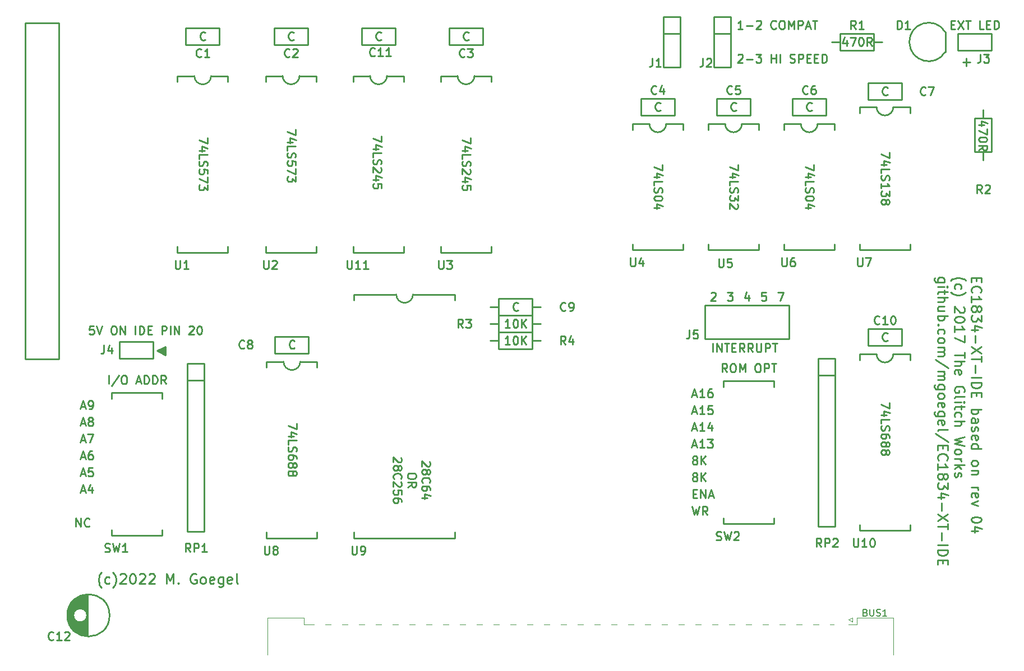
<source format=gto>
%TF.GenerationSoftware,KiCad,Pcbnew,(5.1.12)-1*%
%TF.CreationDate,2022-05-27T21:25:41+02:00*%
%TF.ProjectId,EC1834-XT-IDE,45433138-3334-42d5-9854-2d4944452e6b,4b*%
%TF.SameCoordinates,Original*%
%TF.FileFunction,Legend,Top*%
%TF.FilePolarity,Positive*%
%FSLAX46Y46*%
G04 Gerber Fmt 4.6, Leading zero omitted, Abs format (unit mm)*
G04 Created by KiCad (PCBNEW (5.1.12)-1) date 2022-05-27 21:25:41*
%MOMM*%
%LPD*%
G01*
G04 APERTURE LIST*
%ADD10C,0.254000*%
%ADD11C,0.120000*%
%ADD12C,0.150000*%
G04 APERTURE END LIST*
D10*
X102936523Y-115170857D02*
X102997000Y-115231333D01*
X103057476Y-115352285D01*
X103057476Y-115654666D01*
X102997000Y-115775619D01*
X102936523Y-115836095D01*
X102815571Y-115896571D01*
X102694619Y-115896571D01*
X102513190Y-115836095D01*
X101787476Y-115110380D01*
X101787476Y-115896571D01*
X102513190Y-116622285D02*
X102573666Y-116501333D01*
X102634142Y-116440857D01*
X102755095Y-116380380D01*
X102815571Y-116380380D01*
X102936523Y-116440857D01*
X102997000Y-116501333D01*
X103057476Y-116622285D01*
X103057476Y-116864190D01*
X102997000Y-116985142D01*
X102936523Y-117045619D01*
X102815571Y-117106095D01*
X102755095Y-117106095D01*
X102634142Y-117045619D01*
X102573666Y-116985142D01*
X102513190Y-116864190D01*
X102513190Y-116622285D01*
X102452714Y-116501333D01*
X102392238Y-116440857D01*
X102271285Y-116380380D01*
X102029380Y-116380380D01*
X101908428Y-116440857D01*
X101847952Y-116501333D01*
X101787476Y-116622285D01*
X101787476Y-116864190D01*
X101847952Y-116985142D01*
X101908428Y-117045619D01*
X102029380Y-117106095D01*
X102271285Y-117106095D01*
X102392238Y-117045619D01*
X102452714Y-116985142D01*
X102513190Y-116864190D01*
X101908428Y-118376095D02*
X101847952Y-118315619D01*
X101787476Y-118134190D01*
X101787476Y-118013238D01*
X101847952Y-117831809D01*
X101968904Y-117710857D01*
X102089857Y-117650380D01*
X102331761Y-117589904D01*
X102513190Y-117589904D01*
X102755095Y-117650380D01*
X102876047Y-117710857D01*
X102997000Y-117831809D01*
X103057476Y-118013238D01*
X103057476Y-118134190D01*
X102997000Y-118315619D01*
X102936523Y-118376095D01*
X103057476Y-119464666D02*
X103057476Y-119222761D01*
X102997000Y-119101809D01*
X102936523Y-119041333D01*
X102755095Y-118920380D01*
X102513190Y-118859904D01*
X102029380Y-118859904D01*
X101908428Y-118920380D01*
X101847952Y-118980857D01*
X101787476Y-119101809D01*
X101787476Y-119343714D01*
X101847952Y-119464666D01*
X101908428Y-119525142D01*
X102029380Y-119585619D01*
X102331761Y-119585619D01*
X102452714Y-119525142D01*
X102513190Y-119464666D01*
X102573666Y-119343714D01*
X102573666Y-119101809D01*
X102513190Y-118980857D01*
X102452714Y-118920380D01*
X102331761Y-118859904D01*
X102634142Y-120674190D02*
X101787476Y-120674190D01*
X103117952Y-120371809D02*
X102210809Y-120069428D01*
X102210809Y-120855619D01*
X100898476Y-117227047D02*
X100898476Y-117468952D01*
X100838000Y-117589904D01*
X100717047Y-117710857D01*
X100475142Y-117771333D01*
X100051809Y-117771333D01*
X99809904Y-117710857D01*
X99688952Y-117589904D01*
X99628476Y-117468952D01*
X99628476Y-117227047D01*
X99688952Y-117106095D01*
X99809904Y-116985142D01*
X100051809Y-116924666D01*
X100475142Y-116924666D01*
X100717047Y-116985142D01*
X100838000Y-117106095D01*
X100898476Y-117227047D01*
X99628476Y-119041333D02*
X100233238Y-118618000D01*
X99628476Y-118315619D02*
X100898476Y-118315619D01*
X100898476Y-118799428D01*
X100838000Y-118920380D01*
X100777523Y-118980857D01*
X100656571Y-119041333D01*
X100475142Y-119041333D01*
X100354190Y-118980857D01*
X100293714Y-118920380D01*
X100233238Y-118799428D01*
X100233238Y-118315619D01*
X98618523Y-114566095D02*
X98679000Y-114626571D01*
X98739476Y-114747523D01*
X98739476Y-115049904D01*
X98679000Y-115170857D01*
X98618523Y-115231333D01*
X98497571Y-115291809D01*
X98376619Y-115291809D01*
X98195190Y-115231333D01*
X97469476Y-114505619D01*
X97469476Y-115291809D01*
X98195190Y-116017523D02*
X98255666Y-115896571D01*
X98316142Y-115836095D01*
X98437095Y-115775619D01*
X98497571Y-115775619D01*
X98618523Y-115836095D01*
X98679000Y-115896571D01*
X98739476Y-116017523D01*
X98739476Y-116259428D01*
X98679000Y-116380380D01*
X98618523Y-116440857D01*
X98497571Y-116501333D01*
X98437095Y-116501333D01*
X98316142Y-116440857D01*
X98255666Y-116380380D01*
X98195190Y-116259428D01*
X98195190Y-116017523D01*
X98134714Y-115896571D01*
X98074238Y-115836095D01*
X97953285Y-115775619D01*
X97711380Y-115775619D01*
X97590428Y-115836095D01*
X97529952Y-115896571D01*
X97469476Y-116017523D01*
X97469476Y-116259428D01*
X97529952Y-116380380D01*
X97590428Y-116440857D01*
X97711380Y-116501333D01*
X97953285Y-116501333D01*
X98074238Y-116440857D01*
X98134714Y-116380380D01*
X98195190Y-116259428D01*
X97590428Y-117771333D02*
X97529952Y-117710857D01*
X97469476Y-117529428D01*
X97469476Y-117408476D01*
X97529952Y-117227047D01*
X97650904Y-117106095D01*
X97771857Y-117045619D01*
X98013761Y-116985142D01*
X98195190Y-116985142D01*
X98437095Y-117045619D01*
X98558047Y-117106095D01*
X98679000Y-117227047D01*
X98739476Y-117408476D01*
X98739476Y-117529428D01*
X98679000Y-117710857D01*
X98618523Y-117771333D01*
X98618523Y-118255142D02*
X98679000Y-118315619D01*
X98739476Y-118436571D01*
X98739476Y-118738952D01*
X98679000Y-118859904D01*
X98618523Y-118920380D01*
X98497571Y-118980857D01*
X98376619Y-118980857D01*
X98195190Y-118920380D01*
X97469476Y-118194666D01*
X97469476Y-118980857D01*
X98739476Y-120129904D02*
X98739476Y-119525142D01*
X98134714Y-119464666D01*
X98195190Y-119525142D01*
X98255666Y-119646095D01*
X98255666Y-119948476D01*
X98195190Y-120069428D01*
X98134714Y-120129904D01*
X98013761Y-120190380D01*
X97711380Y-120190380D01*
X97590428Y-120129904D01*
X97529952Y-120069428D01*
X97469476Y-119948476D01*
X97469476Y-119646095D01*
X97529952Y-119525142D01*
X97590428Y-119464666D01*
X98739476Y-121278952D02*
X98739476Y-121037047D01*
X98679000Y-120916095D01*
X98618523Y-120855619D01*
X98437095Y-120734666D01*
X98195190Y-120674190D01*
X97711380Y-120674190D01*
X97590428Y-120734666D01*
X97529952Y-120795142D01*
X97469476Y-120916095D01*
X97469476Y-121158000D01*
X97529952Y-121278952D01*
X97590428Y-121339428D01*
X97711380Y-121399904D01*
X98013761Y-121399904D01*
X98134714Y-121339428D01*
X98195190Y-121278952D01*
X98255666Y-121158000D01*
X98255666Y-120916095D01*
X98195190Y-120795142D01*
X98134714Y-120734666D01*
X98013761Y-120674190D01*
X53414385Y-134239000D02*
X53341814Y-134166428D01*
X53196671Y-133948714D01*
X53124100Y-133803571D01*
X53051528Y-133585857D01*
X52978957Y-133223000D01*
X52978957Y-132932714D01*
X53051528Y-132569857D01*
X53124100Y-132352142D01*
X53196671Y-132207000D01*
X53341814Y-131989285D01*
X53414385Y-131916714D01*
X54648100Y-133585857D02*
X54502957Y-133658428D01*
X54212671Y-133658428D01*
X54067528Y-133585857D01*
X53994957Y-133513285D01*
X53922385Y-133368142D01*
X53922385Y-132932714D01*
X53994957Y-132787571D01*
X54067528Y-132715000D01*
X54212671Y-132642428D01*
X54502957Y-132642428D01*
X54648100Y-132715000D01*
X55156100Y-134239000D02*
X55228671Y-134166428D01*
X55373814Y-133948714D01*
X55446385Y-133803571D01*
X55518957Y-133585857D01*
X55591528Y-133223000D01*
X55591528Y-132932714D01*
X55518957Y-132569857D01*
X55446385Y-132352142D01*
X55373814Y-132207000D01*
X55228671Y-131989285D01*
X55156100Y-131916714D01*
X56244671Y-132279571D02*
X56317242Y-132207000D01*
X56462385Y-132134428D01*
X56825242Y-132134428D01*
X56970385Y-132207000D01*
X57042957Y-132279571D01*
X57115528Y-132424714D01*
X57115528Y-132569857D01*
X57042957Y-132787571D01*
X56172100Y-133658428D01*
X57115528Y-133658428D01*
X58058957Y-132134428D02*
X58204100Y-132134428D01*
X58349242Y-132207000D01*
X58421814Y-132279571D01*
X58494385Y-132424714D01*
X58566957Y-132715000D01*
X58566957Y-133077857D01*
X58494385Y-133368142D01*
X58421814Y-133513285D01*
X58349242Y-133585857D01*
X58204100Y-133658428D01*
X58058957Y-133658428D01*
X57913814Y-133585857D01*
X57841242Y-133513285D01*
X57768671Y-133368142D01*
X57696100Y-133077857D01*
X57696100Y-132715000D01*
X57768671Y-132424714D01*
X57841242Y-132279571D01*
X57913814Y-132207000D01*
X58058957Y-132134428D01*
X59147528Y-132279571D02*
X59220100Y-132207000D01*
X59365242Y-132134428D01*
X59728100Y-132134428D01*
X59873242Y-132207000D01*
X59945814Y-132279571D01*
X60018385Y-132424714D01*
X60018385Y-132569857D01*
X59945814Y-132787571D01*
X59074957Y-133658428D01*
X60018385Y-133658428D01*
X60598957Y-132279571D02*
X60671528Y-132207000D01*
X60816671Y-132134428D01*
X61179528Y-132134428D01*
X61324671Y-132207000D01*
X61397242Y-132279571D01*
X61469814Y-132424714D01*
X61469814Y-132569857D01*
X61397242Y-132787571D01*
X60526385Y-133658428D01*
X61469814Y-133658428D01*
X63284100Y-133658428D02*
X63284100Y-132134428D01*
X63792100Y-133223000D01*
X64300100Y-132134428D01*
X64300100Y-133658428D01*
X65025814Y-133513285D02*
X65098385Y-133585857D01*
X65025814Y-133658428D01*
X64953242Y-133585857D01*
X65025814Y-133513285D01*
X65025814Y-133658428D01*
X67710957Y-132207000D02*
X67565814Y-132134428D01*
X67348100Y-132134428D01*
X67130385Y-132207000D01*
X66985242Y-132352142D01*
X66912671Y-132497285D01*
X66840100Y-132787571D01*
X66840100Y-133005285D01*
X66912671Y-133295571D01*
X66985242Y-133440714D01*
X67130385Y-133585857D01*
X67348100Y-133658428D01*
X67493242Y-133658428D01*
X67710957Y-133585857D01*
X67783528Y-133513285D01*
X67783528Y-133005285D01*
X67493242Y-133005285D01*
X68654385Y-133658428D02*
X68509242Y-133585857D01*
X68436671Y-133513285D01*
X68364100Y-133368142D01*
X68364100Y-132932714D01*
X68436671Y-132787571D01*
X68509242Y-132715000D01*
X68654385Y-132642428D01*
X68872100Y-132642428D01*
X69017242Y-132715000D01*
X69089814Y-132787571D01*
X69162385Y-132932714D01*
X69162385Y-133368142D01*
X69089814Y-133513285D01*
X69017242Y-133585857D01*
X68872100Y-133658428D01*
X68654385Y-133658428D01*
X70396100Y-133585857D02*
X70250957Y-133658428D01*
X69960671Y-133658428D01*
X69815528Y-133585857D01*
X69742957Y-133440714D01*
X69742957Y-132860142D01*
X69815528Y-132715000D01*
X69960671Y-132642428D01*
X70250957Y-132642428D01*
X70396100Y-132715000D01*
X70468671Y-132860142D01*
X70468671Y-133005285D01*
X69742957Y-133150428D01*
X71774957Y-132642428D02*
X71774957Y-133876142D01*
X71702385Y-134021285D01*
X71629814Y-134093857D01*
X71484671Y-134166428D01*
X71266957Y-134166428D01*
X71121814Y-134093857D01*
X71774957Y-133585857D02*
X71629814Y-133658428D01*
X71339528Y-133658428D01*
X71194385Y-133585857D01*
X71121814Y-133513285D01*
X71049242Y-133368142D01*
X71049242Y-132932714D01*
X71121814Y-132787571D01*
X71194385Y-132715000D01*
X71339528Y-132642428D01*
X71629814Y-132642428D01*
X71774957Y-132715000D01*
X73081242Y-133585857D02*
X72936100Y-133658428D01*
X72645814Y-133658428D01*
X72500671Y-133585857D01*
X72428100Y-133440714D01*
X72428100Y-132860142D01*
X72500671Y-132715000D01*
X72645814Y-132642428D01*
X72936100Y-132642428D01*
X73081242Y-132715000D01*
X73153814Y-132860142D01*
X73153814Y-133005285D01*
X72428100Y-133150428D01*
X74024671Y-133658428D02*
X73879528Y-133585857D01*
X73806957Y-133440714D01*
X73806957Y-132134428D01*
X138109476Y-70303571D02*
X138109476Y-71150238D01*
X136839476Y-70605952D01*
X137686142Y-72178333D02*
X136839476Y-72178333D01*
X138169952Y-71875952D02*
X137262809Y-71573571D01*
X137262809Y-72359761D01*
X136839476Y-73448333D02*
X136839476Y-72843571D01*
X138109476Y-72843571D01*
X136899952Y-73811190D02*
X136839476Y-73992619D01*
X136839476Y-74295000D01*
X136899952Y-74415952D01*
X136960428Y-74476428D01*
X137081380Y-74536904D01*
X137202333Y-74536904D01*
X137323285Y-74476428D01*
X137383761Y-74415952D01*
X137444238Y-74295000D01*
X137504714Y-74053095D01*
X137565190Y-73932142D01*
X137625666Y-73871666D01*
X137746619Y-73811190D01*
X137867571Y-73811190D01*
X137988523Y-73871666D01*
X138049000Y-73932142D01*
X138109476Y-74053095D01*
X138109476Y-74355476D01*
X138049000Y-74536904D01*
X138109476Y-75323095D02*
X138109476Y-75444047D01*
X138049000Y-75565000D01*
X137988523Y-75625476D01*
X137867571Y-75685952D01*
X137625666Y-75746428D01*
X137323285Y-75746428D01*
X137081380Y-75685952D01*
X136960428Y-75625476D01*
X136899952Y-75565000D01*
X136839476Y-75444047D01*
X136839476Y-75323095D01*
X136899952Y-75202142D01*
X136960428Y-75141666D01*
X137081380Y-75081190D01*
X137323285Y-75020714D01*
X137625666Y-75020714D01*
X137867571Y-75081190D01*
X137988523Y-75141666D01*
X138049000Y-75202142D01*
X138109476Y-75323095D01*
X137686142Y-76835000D02*
X136839476Y-76835000D01*
X138169952Y-76532619D02*
X137262809Y-76230238D01*
X137262809Y-77016428D01*
X181724904Y-49121785D02*
X182148238Y-49121785D01*
X182329666Y-49787023D02*
X181724904Y-49787023D01*
X181724904Y-48517023D01*
X182329666Y-48517023D01*
X182753000Y-48517023D02*
X183599666Y-49787023D01*
X183599666Y-48517023D02*
X182753000Y-49787023D01*
X183902047Y-48517023D02*
X184627761Y-48517023D01*
X184264904Y-49787023D02*
X184264904Y-48517023D01*
X186623476Y-49787023D02*
X186018714Y-49787023D01*
X186018714Y-48517023D01*
X187046809Y-49121785D02*
X187470142Y-49121785D01*
X187651571Y-49787023D02*
X187046809Y-49787023D01*
X187046809Y-48517023D01*
X187651571Y-48517023D01*
X188195857Y-49787023D02*
X188195857Y-48517023D01*
X188498238Y-48517023D01*
X188679666Y-48577500D01*
X188800619Y-48698452D01*
X188861095Y-48819404D01*
X188921571Y-49061309D01*
X188921571Y-49242738D01*
X188861095Y-49484642D01*
X188800619Y-49605595D01*
X188679666Y-49726547D01*
X188498238Y-49787023D01*
X188195857Y-49787023D01*
X186708142Y-64310380D02*
X185861476Y-64310380D01*
X187191952Y-64008000D02*
X186284809Y-63705619D01*
X186284809Y-64491809D01*
X187131476Y-64854666D02*
X187131476Y-65701333D01*
X185861476Y-65157047D01*
X187131476Y-66427047D02*
X187131476Y-66548000D01*
X187071000Y-66668952D01*
X187010523Y-66729428D01*
X186889571Y-66789904D01*
X186647666Y-66850380D01*
X186345285Y-66850380D01*
X186103380Y-66789904D01*
X185982428Y-66729428D01*
X185921952Y-66668952D01*
X185861476Y-66548000D01*
X185861476Y-66427047D01*
X185921952Y-66306095D01*
X185982428Y-66245619D01*
X186103380Y-66185142D01*
X186345285Y-66124666D01*
X186647666Y-66124666D01*
X186889571Y-66185142D01*
X187010523Y-66245619D01*
X187071000Y-66306095D01*
X187131476Y-66427047D01*
X185861476Y-68120380D02*
X186466238Y-67697047D01*
X185861476Y-67394666D02*
X187131476Y-67394666D01*
X187131476Y-67878476D01*
X187071000Y-67999428D01*
X187010523Y-68059904D01*
X186889571Y-68120380D01*
X186708142Y-68120380D01*
X186587190Y-68059904D01*
X186526714Y-67999428D01*
X186466238Y-67878476D01*
X186466238Y-67394666D01*
X49548142Y-125034523D02*
X49548142Y-123764523D01*
X50273857Y-125034523D01*
X50273857Y-123764523D01*
X51604333Y-124913571D02*
X51543857Y-124974047D01*
X51362428Y-125034523D01*
X51241476Y-125034523D01*
X51060047Y-124974047D01*
X50939095Y-124853095D01*
X50878619Y-124732142D01*
X50818142Y-124490238D01*
X50818142Y-124308809D01*
X50878619Y-124066904D01*
X50939095Y-123945952D01*
X51060047Y-123825000D01*
X51241476Y-123764523D01*
X51362428Y-123764523D01*
X51543857Y-123825000D01*
X51604333Y-123885476D01*
X95691476Y-66015809D02*
X95691476Y-66862476D01*
X94421476Y-66318190D01*
X95268142Y-67890571D02*
X94421476Y-67890571D01*
X95751952Y-67588190D02*
X94844809Y-67285809D01*
X94844809Y-68072000D01*
X94421476Y-69160571D02*
X94421476Y-68555809D01*
X95691476Y-68555809D01*
X94481952Y-69523428D02*
X94421476Y-69704857D01*
X94421476Y-70007238D01*
X94481952Y-70128190D01*
X94542428Y-70188666D01*
X94663380Y-70249142D01*
X94784333Y-70249142D01*
X94905285Y-70188666D01*
X94965761Y-70128190D01*
X95026238Y-70007238D01*
X95086714Y-69765333D01*
X95147190Y-69644380D01*
X95207666Y-69583904D01*
X95328619Y-69523428D01*
X95449571Y-69523428D01*
X95570523Y-69583904D01*
X95631000Y-69644380D01*
X95691476Y-69765333D01*
X95691476Y-70067714D01*
X95631000Y-70249142D01*
X95570523Y-70732952D02*
X95631000Y-70793428D01*
X95691476Y-70914380D01*
X95691476Y-71216761D01*
X95631000Y-71337714D01*
X95570523Y-71398190D01*
X95449571Y-71458666D01*
X95328619Y-71458666D01*
X95147190Y-71398190D01*
X94421476Y-70672476D01*
X94421476Y-71458666D01*
X95268142Y-72547238D02*
X94421476Y-72547238D01*
X95751952Y-72244857D02*
X94844809Y-71942476D01*
X94844809Y-72728666D01*
X95691476Y-73817238D02*
X95691476Y-73212476D01*
X95086714Y-73152000D01*
X95147190Y-73212476D01*
X95207666Y-73333428D01*
X95207666Y-73635809D01*
X95147190Y-73756761D01*
X95086714Y-73817238D01*
X94965761Y-73877714D01*
X94663380Y-73877714D01*
X94542428Y-73817238D01*
X94481952Y-73756761D01*
X94421476Y-73635809D01*
X94421476Y-73333428D01*
X94481952Y-73212476D01*
X94542428Y-73152000D01*
X172399476Y-106274809D02*
X172399476Y-107121476D01*
X171129476Y-106577190D01*
X171976142Y-108149571D02*
X171129476Y-108149571D01*
X172459952Y-107847190D02*
X171552809Y-107544809D01*
X171552809Y-108331000D01*
X171129476Y-109419571D02*
X171129476Y-108814809D01*
X172399476Y-108814809D01*
X171189952Y-109782428D02*
X171129476Y-109963857D01*
X171129476Y-110266238D01*
X171189952Y-110387190D01*
X171250428Y-110447666D01*
X171371380Y-110508142D01*
X171492333Y-110508142D01*
X171613285Y-110447666D01*
X171673761Y-110387190D01*
X171734238Y-110266238D01*
X171794714Y-110024333D01*
X171855190Y-109903380D01*
X171915666Y-109842904D01*
X172036619Y-109782428D01*
X172157571Y-109782428D01*
X172278523Y-109842904D01*
X172339000Y-109903380D01*
X172399476Y-110024333D01*
X172399476Y-110326714D01*
X172339000Y-110508142D01*
X172399476Y-111596714D02*
X172399476Y-111354809D01*
X172339000Y-111233857D01*
X172278523Y-111173380D01*
X172097095Y-111052428D01*
X171855190Y-110991952D01*
X171371380Y-110991952D01*
X171250428Y-111052428D01*
X171189952Y-111112904D01*
X171129476Y-111233857D01*
X171129476Y-111475761D01*
X171189952Y-111596714D01*
X171250428Y-111657190D01*
X171371380Y-111717666D01*
X171673761Y-111717666D01*
X171794714Y-111657190D01*
X171855190Y-111596714D01*
X171915666Y-111475761D01*
X171915666Y-111233857D01*
X171855190Y-111112904D01*
X171794714Y-111052428D01*
X171673761Y-110991952D01*
X171855190Y-112443380D02*
X171915666Y-112322428D01*
X171976142Y-112261952D01*
X172097095Y-112201476D01*
X172157571Y-112201476D01*
X172278523Y-112261952D01*
X172339000Y-112322428D01*
X172399476Y-112443380D01*
X172399476Y-112685285D01*
X172339000Y-112806238D01*
X172278523Y-112866714D01*
X172157571Y-112927190D01*
X172097095Y-112927190D01*
X171976142Y-112866714D01*
X171915666Y-112806238D01*
X171855190Y-112685285D01*
X171855190Y-112443380D01*
X171794714Y-112322428D01*
X171734238Y-112261952D01*
X171613285Y-112201476D01*
X171371380Y-112201476D01*
X171250428Y-112261952D01*
X171189952Y-112322428D01*
X171129476Y-112443380D01*
X171129476Y-112685285D01*
X171189952Y-112806238D01*
X171250428Y-112866714D01*
X171371380Y-112927190D01*
X171613285Y-112927190D01*
X171734238Y-112866714D01*
X171794714Y-112806238D01*
X171855190Y-112685285D01*
X171855190Y-113652904D02*
X171915666Y-113531952D01*
X171976142Y-113471476D01*
X172097095Y-113411000D01*
X172157571Y-113411000D01*
X172278523Y-113471476D01*
X172339000Y-113531952D01*
X172399476Y-113652904D01*
X172399476Y-113894809D01*
X172339000Y-114015761D01*
X172278523Y-114076238D01*
X172157571Y-114136714D01*
X172097095Y-114136714D01*
X171976142Y-114076238D01*
X171915666Y-114015761D01*
X171855190Y-113894809D01*
X171855190Y-113652904D01*
X171794714Y-113531952D01*
X171734238Y-113471476D01*
X171613285Y-113411000D01*
X171371380Y-113411000D01*
X171250428Y-113471476D01*
X171189952Y-113531952D01*
X171129476Y-113652904D01*
X171129476Y-113894809D01*
X171189952Y-114015761D01*
X171250428Y-114076238D01*
X171371380Y-114136714D01*
X171613285Y-114136714D01*
X171734238Y-114076238D01*
X171794714Y-114015761D01*
X171855190Y-113894809D01*
X82864476Y-109449809D02*
X82864476Y-110296476D01*
X81594476Y-109752190D01*
X82441142Y-111324571D02*
X81594476Y-111324571D01*
X82924952Y-111022190D02*
X82017809Y-110719809D01*
X82017809Y-111506000D01*
X81594476Y-112594571D02*
X81594476Y-111989809D01*
X82864476Y-111989809D01*
X81654952Y-112957428D02*
X81594476Y-113138857D01*
X81594476Y-113441238D01*
X81654952Y-113562190D01*
X81715428Y-113622666D01*
X81836380Y-113683142D01*
X81957333Y-113683142D01*
X82078285Y-113622666D01*
X82138761Y-113562190D01*
X82199238Y-113441238D01*
X82259714Y-113199333D01*
X82320190Y-113078380D01*
X82380666Y-113017904D01*
X82501619Y-112957428D01*
X82622571Y-112957428D01*
X82743523Y-113017904D01*
X82804000Y-113078380D01*
X82864476Y-113199333D01*
X82864476Y-113501714D01*
X82804000Y-113683142D01*
X82864476Y-114771714D02*
X82864476Y-114529809D01*
X82804000Y-114408857D01*
X82743523Y-114348380D01*
X82562095Y-114227428D01*
X82320190Y-114166952D01*
X81836380Y-114166952D01*
X81715428Y-114227428D01*
X81654952Y-114287904D01*
X81594476Y-114408857D01*
X81594476Y-114650761D01*
X81654952Y-114771714D01*
X81715428Y-114832190D01*
X81836380Y-114892666D01*
X82138761Y-114892666D01*
X82259714Y-114832190D01*
X82320190Y-114771714D01*
X82380666Y-114650761D01*
X82380666Y-114408857D01*
X82320190Y-114287904D01*
X82259714Y-114227428D01*
X82138761Y-114166952D01*
X82320190Y-115618380D02*
X82380666Y-115497428D01*
X82441142Y-115436952D01*
X82562095Y-115376476D01*
X82622571Y-115376476D01*
X82743523Y-115436952D01*
X82804000Y-115497428D01*
X82864476Y-115618380D01*
X82864476Y-115860285D01*
X82804000Y-115981238D01*
X82743523Y-116041714D01*
X82622571Y-116102190D01*
X82562095Y-116102190D01*
X82441142Y-116041714D01*
X82380666Y-115981238D01*
X82320190Y-115860285D01*
X82320190Y-115618380D01*
X82259714Y-115497428D01*
X82199238Y-115436952D01*
X82078285Y-115376476D01*
X81836380Y-115376476D01*
X81715428Y-115436952D01*
X81654952Y-115497428D01*
X81594476Y-115618380D01*
X81594476Y-115860285D01*
X81654952Y-115981238D01*
X81715428Y-116041714D01*
X81836380Y-116102190D01*
X82078285Y-116102190D01*
X82199238Y-116041714D01*
X82259714Y-115981238D01*
X82320190Y-115860285D01*
X82320190Y-116827904D02*
X82380666Y-116706952D01*
X82441142Y-116646476D01*
X82562095Y-116586000D01*
X82622571Y-116586000D01*
X82743523Y-116646476D01*
X82804000Y-116706952D01*
X82864476Y-116827904D01*
X82864476Y-117069809D01*
X82804000Y-117190761D01*
X82743523Y-117251238D01*
X82622571Y-117311714D01*
X82562095Y-117311714D01*
X82441142Y-117251238D01*
X82380666Y-117190761D01*
X82320190Y-117069809D01*
X82320190Y-116827904D01*
X82259714Y-116706952D01*
X82199238Y-116646476D01*
X82078285Y-116586000D01*
X81836380Y-116586000D01*
X81715428Y-116646476D01*
X81654952Y-116706952D01*
X81594476Y-116827904D01*
X81594476Y-117069809D01*
X81654952Y-117190761D01*
X81715428Y-117251238D01*
X81836380Y-117311714D01*
X82078285Y-117311714D01*
X82199238Y-117251238D01*
X82259714Y-117190761D01*
X82320190Y-117069809D01*
X172399476Y-68428809D02*
X172399476Y-69275476D01*
X171129476Y-68731190D01*
X171976142Y-70303571D02*
X171129476Y-70303571D01*
X172459952Y-70001190D02*
X171552809Y-69698809D01*
X171552809Y-70485000D01*
X171129476Y-71573571D02*
X171129476Y-70968809D01*
X172399476Y-70968809D01*
X171189952Y-71936428D02*
X171129476Y-72117857D01*
X171129476Y-72420238D01*
X171189952Y-72541190D01*
X171250428Y-72601666D01*
X171371380Y-72662142D01*
X171492333Y-72662142D01*
X171613285Y-72601666D01*
X171673761Y-72541190D01*
X171734238Y-72420238D01*
X171794714Y-72178333D01*
X171855190Y-72057380D01*
X171915666Y-71996904D01*
X172036619Y-71936428D01*
X172157571Y-71936428D01*
X172278523Y-71996904D01*
X172339000Y-72057380D01*
X172399476Y-72178333D01*
X172399476Y-72480714D01*
X172339000Y-72662142D01*
X171129476Y-73871666D02*
X171129476Y-73145952D01*
X171129476Y-73508809D02*
X172399476Y-73508809D01*
X172218047Y-73387857D01*
X172097095Y-73266904D01*
X172036619Y-73145952D01*
X172399476Y-74295000D02*
X172399476Y-75081190D01*
X171915666Y-74657857D01*
X171915666Y-74839285D01*
X171855190Y-74960238D01*
X171794714Y-75020714D01*
X171673761Y-75081190D01*
X171371380Y-75081190D01*
X171250428Y-75020714D01*
X171189952Y-74960238D01*
X171129476Y-74839285D01*
X171129476Y-74476428D01*
X171189952Y-74355476D01*
X171250428Y-74295000D01*
X171855190Y-75806904D02*
X171915666Y-75685952D01*
X171976142Y-75625476D01*
X172097095Y-75565000D01*
X172157571Y-75565000D01*
X172278523Y-75625476D01*
X172339000Y-75685952D01*
X172399476Y-75806904D01*
X172399476Y-76048809D01*
X172339000Y-76169761D01*
X172278523Y-76230238D01*
X172157571Y-76290714D01*
X172097095Y-76290714D01*
X171976142Y-76230238D01*
X171915666Y-76169761D01*
X171855190Y-76048809D01*
X171855190Y-75806904D01*
X171794714Y-75685952D01*
X171734238Y-75625476D01*
X171613285Y-75565000D01*
X171371380Y-75565000D01*
X171250428Y-75625476D01*
X171189952Y-75685952D01*
X171129476Y-75806904D01*
X171129476Y-76048809D01*
X171189952Y-76169761D01*
X171250428Y-76230238D01*
X171371380Y-76290714D01*
X171613285Y-76290714D01*
X171734238Y-76230238D01*
X171794714Y-76169761D01*
X171855190Y-76048809D01*
X160969476Y-70303571D02*
X160969476Y-71150238D01*
X159699476Y-70605952D01*
X160546142Y-72178333D02*
X159699476Y-72178333D01*
X161029952Y-71875952D02*
X160122809Y-71573571D01*
X160122809Y-72359761D01*
X159699476Y-73448333D02*
X159699476Y-72843571D01*
X160969476Y-72843571D01*
X159759952Y-73811190D02*
X159699476Y-73992619D01*
X159699476Y-74295000D01*
X159759952Y-74415952D01*
X159820428Y-74476428D01*
X159941380Y-74536904D01*
X160062333Y-74536904D01*
X160183285Y-74476428D01*
X160243761Y-74415952D01*
X160304238Y-74295000D01*
X160364714Y-74053095D01*
X160425190Y-73932142D01*
X160485666Y-73871666D01*
X160606619Y-73811190D01*
X160727571Y-73811190D01*
X160848523Y-73871666D01*
X160909000Y-73932142D01*
X160969476Y-74053095D01*
X160969476Y-74355476D01*
X160909000Y-74536904D01*
X160969476Y-75323095D02*
X160969476Y-75444047D01*
X160909000Y-75565000D01*
X160848523Y-75625476D01*
X160727571Y-75685952D01*
X160485666Y-75746428D01*
X160183285Y-75746428D01*
X159941380Y-75685952D01*
X159820428Y-75625476D01*
X159759952Y-75565000D01*
X159699476Y-75444047D01*
X159699476Y-75323095D01*
X159759952Y-75202142D01*
X159820428Y-75141666D01*
X159941380Y-75081190D01*
X160183285Y-75020714D01*
X160485666Y-75020714D01*
X160727571Y-75081190D01*
X160848523Y-75141666D01*
X160909000Y-75202142D01*
X160969476Y-75323095D01*
X160546142Y-76835000D02*
X159699476Y-76835000D01*
X161029952Y-76532619D02*
X160122809Y-76230238D01*
X160122809Y-77016428D01*
X149539476Y-70303571D02*
X149539476Y-71150238D01*
X148269476Y-70605952D01*
X149116142Y-72178333D02*
X148269476Y-72178333D01*
X149599952Y-71875952D02*
X148692809Y-71573571D01*
X148692809Y-72359761D01*
X148269476Y-73448333D02*
X148269476Y-72843571D01*
X149539476Y-72843571D01*
X148329952Y-73811190D02*
X148269476Y-73992619D01*
X148269476Y-74295000D01*
X148329952Y-74415952D01*
X148390428Y-74476428D01*
X148511380Y-74536904D01*
X148632333Y-74536904D01*
X148753285Y-74476428D01*
X148813761Y-74415952D01*
X148874238Y-74295000D01*
X148934714Y-74053095D01*
X148995190Y-73932142D01*
X149055666Y-73871666D01*
X149176619Y-73811190D01*
X149297571Y-73811190D01*
X149418523Y-73871666D01*
X149479000Y-73932142D01*
X149539476Y-74053095D01*
X149539476Y-74355476D01*
X149479000Y-74536904D01*
X149539476Y-74960238D02*
X149539476Y-75746428D01*
X149055666Y-75323095D01*
X149055666Y-75504523D01*
X148995190Y-75625476D01*
X148934714Y-75685952D01*
X148813761Y-75746428D01*
X148511380Y-75746428D01*
X148390428Y-75685952D01*
X148329952Y-75625476D01*
X148269476Y-75504523D01*
X148269476Y-75141666D01*
X148329952Y-75020714D01*
X148390428Y-74960238D01*
X149418523Y-76230238D02*
X149479000Y-76290714D01*
X149539476Y-76411666D01*
X149539476Y-76714047D01*
X149479000Y-76835000D01*
X149418523Y-76895476D01*
X149297571Y-76955952D01*
X149176619Y-76955952D01*
X148995190Y-76895476D01*
X148269476Y-76169761D01*
X148269476Y-76955952D01*
X109153476Y-66269809D02*
X109153476Y-67116476D01*
X107883476Y-66572190D01*
X108730142Y-68144571D02*
X107883476Y-68144571D01*
X109213952Y-67842190D02*
X108306809Y-67539809D01*
X108306809Y-68326000D01*
X107883476Y-69414571D02*
X107883476Y-68809809D01*
X109153476Y-68809809D01*
X107943952Y-69777428D02*
X107883476Y-69958857D01*
X107883476Y-70261238D01*
X107943952Y-70382190D01*
X108004428Y-70442666D01*
X108125380Y-70503142D01*
X108246333Y-70503142D01*
X108367285Y-70442666D01*
X108427761Y-70382190D01*
X108488238Y-70261238D01*
X108548714Y-70019333D01*
X108609190Y-69898380D01*
X108669666Y-69837904D01*
X108790619Y-69777428D01*
X108911571Y-69777428D01*
X109032523Y-69837904D01*
X109093000Y-69898380D01*
X109153476Y-70019333D01*
X109153476Y-70321714D01*
X109093000Y-70503142D01*
X109032523Y-70986952D02*
X109093000Y-71047428D01*
X109153476Y-71168380D01*
X109153476Y-71470761D01*
X109093000Y-71591714D01*
X109032523Y-71652190D01*
X108911571Y-71712666D01*
X108790619Y-71712666D01*
X108609190Y-71652190D01*
X107883476Y-70926476D01*
X107883476Y-71712666D01*
X108730142Y-72801238D02*
X107883476Y-72801238D01*
X109213952Y-72498857D02*
X108306809Y-72196476D01*
X108306809Y-72982666D01*
X109153476Y-74071238D02*
X109153476Y-73466476D01*
X108548714Y-73406000D01*
X108609190Y-73466476D01*
X108669666Y-73587428D01*
X108669666Y-73889809D01*
X108609190Y-74010761D01*
X108548714Y-74071238D01*
X108427761Y-74131714D01*
X108125380Y-74131714D01*
X108004428Y-74071238D01*
X107943952Y-74010761D01*
X107883476Y-73889809D01*
X107883476Y-73587428D01*
X107943952Y-73466476D01*
X108004428Y-73406000D01*
X82737476Y-64999809D02*
X82737476Y-65846476D01*
X81467476Y-65302190D01*
X82314142Y-66874571D02*
X81467476Y-66874571D01*
X82797952Y-66572190D02*
X81890809Y-66269809D01*
X81890809Y-67056000D01*
X81467476Y-68144571D02*
X81467476Y-67539809D01*
X82737476Y-67539809D01*
X81527952Y-68507428D02*
X81467476Y-68688857D01*
X81467476Y-68991238D01*
X81527952Y-69112190D01*
X81588428Y-69172666D01*
X81709380Y-69233142D01*
X81830333Y-69233142D01*
X81951285Y-69172666D01*
X82011761Y-69112190D01*
X82072238Y-68991238D01*
X82132714Y-68749333D01*
X82193190Y-68628380D01*
X82253666Y-68567904D01*
X82374619Y-68507428D01*
X82495571Y-68507428D01*
X82616523Y-68567904D01*
X82677000Y-68628380D01*
X82737476Y-68749333D01*
X82737476Y-69051714D01*
X82677000Y-69233142D01*
X82737476Y-70382190D02*
X82737476Y-69777428D01*
X82132714Y-69716952D01*
X82193190Y-69777428D01*
X82253666Y-69898380D01*
X82253666Y-70200761D01*
X82193190Y-70321714D01*
X82132714Y-70382190D01*
X82011761Y-70442666D01*
X81709380Y-70442666D01*
X81588428Y-70382190D01*
X81527952Y-70321714D01*
X81467476Y-70200761D01*
X81467476Y-69898380D01*
X81527952Y-69777428D01*
X81588428Y-69716952D01*
X82737476Y-70866000D02*
X82737476Y-71712666D01*
X81467476Y-71168380D01*
X82737476Y-72075523D02*
X82737476Y-72861714D01*
X82253666Y-72438380D01*
X82253666Y-72619809D01*
X82193190Y-72740761D01*
X82132714Y-72801238D01*
X82011761Y-72861714D01*
X81709380Y-72861714D01*
X81588428Y-72801238D01*
X81527952Y-72740761D01*
X81467476Y-72619809D01*
X81467476Y-72256952D01*
X81527952Y-72136000D01*
X81588428Y-72075523D01*
X69402476Y-66269809D02*
X69402476Y-67116476D01*
X68132476Y-66572190D01*
X68979142Y-68144571D02*
X68132476Y-68144571D01*
X69462952Y-67842190D02*
X68555809Y-67539809D01*
X68555809Y-68326000D01*
X68132476Y-69414571D02*
X68132476Y-68809809D01*
X69402476Y-68809809D01*
X68192952Y-69777428D02*
X68132476Y-69958857D01*
X68132476Y-70261238D01*
X68192952Y-70382190D01*
X68253428Y-70442666D01*
X68374380Y-70503142D01*
X68495333Y-70503142D01*
X68616285Y-70442666D01*
X68676761Y-70382190D01*
X68737238Y-70261238D01*
X68797714Y-70019333D01*
X68858190Y-69898380D01*
X68918666Y-69837904D01*
X69039619Y-69777428D01*
X69160571Y-69777428D01*
X69281523Y-69837904D01*
X69342000Y-69898380D01*
X69402476Y-70019333D01*
X69402476Y-70321714D01*
X69342000Y-70503142D01*
X69402476Y-71652190D02*
X69402476Y-71047428D01*
X68797714Y-70986952D01*
X68858190Y-71047428D01*
X68918666Y-71168380D01*
X68918666Y-71470761D01*
X68858190Y-71591714D01*
X68797714Y-71652190D01*
X68676761Y-71712666D01*
X68374380Y-71712666D01*
X68253428Y-71652190D01*
X68192952Y-71591714D01*
X68132476Y-71470761D01*
X68132476Y-71168380D01*
X68192952Y-71047428D01*
X68253428Y-70986952D01*
X69402476Y-72136000D02*
X69402476Y-72982666D01*
X68132476Y-72438380D01*
X69402476Y-73345523D02*
X69402476Y-74131714D01*
X68918666Y-73708380D01*
X68918666Y-73889809D01*
X68858190Y-74010761D01*
X68797714Y-74071238D01*
X68676761Y-74131714D01*
X68374380Y-74131714D01*
X68253428Y-74071238D01*
X68192952Y-74010761D01*
X68132476Y-73889809D01*
X68132476Y-73526952D01*
X68192952Y-73406000D01*
X68253428Y-73345523D01*
X183442428Y-54782357D02*
X184603571Y-54782357D01*
X184023000Y-55362928D02*
X184023000Y-54201785D01*
X185528857Y-87395957D02*
X185528857Y-87903957D01*
X184730571Y-88121671D02*
X184730571Y-87395957D01*
X186254571Y-87395957D01*
X186254571Y-88121671D01*
X184875714Y-89645671D02*
X184803142Y-89573100D01*
X184730571Y-89355385D01*
X184730571Y-89210242D01*
X184803142Y-88992528D01*
X184948285Y-88847385D01*
X185093428Y-88774814D01*
X185383714Y-88702242D01*
X185601428Y-88702242D01*
X185891714Y-88774814D01*
X186036857Y-88847385D01*
X186182000Y-88992528D01*
X186254571Y-89210242D01*
X186254571Y-89355385D01*
X186182000Y-89573100D01*
X186109428Y-89645671D01*
X184730571Y-91097100D02*
X184730571Y-90226242D01*
X184730571Y-90661671D02*
X186254571Y-90661671D01*
X186036857Y-90516528D01*
X185891714Y-90371385D01*
X185819142Y-90226242D01*
X185601428Y-91967957D02*
X185674000Y-91822814D01*
X185746571Y-91750242D01*
X185891714Y-91677671D01*
X185964285Y-91677671D01*
X186109428Y-91750242D01*
X186182000Y-91822814D01*
X186254571Y-91967957D01*
X186254571Y-92258242D01*
X186182000Y-92403385D01*
X186109428Y-92475957D01*
X185964285Y-92548528D01*
X185891714Y-92548528D01*
X185746571Y-92475957D01*
X185674000Y-92403385D01*
X185601428Y-92258242D01*
X185601428Y-91967957D01*
X185528857Y-91822814D01*
X185456285Y-91750242D01*
X185311142Y-91677671D01*
X185020857Y-91677671D01*
X184875714Y-91750242D01*
X184803142Y-91822814D01*
X184730571Y-91967957D01*
X184730571Y-92258242D01*
X184803142Y-92403385D01*
X184875714Y-92475957D01*
X185020857Y-92548528D01*
X185311142Y-92548528D01*
X185456285Y-92475957D01*
X185528857Y-92403385D01*
X185601428Y-92258242D01*
X186254571Y-93056528D02*
X186254571Y-93999957D01*
X185674000Y-93491957D01*
X185674000Y-93709671D01*
X185601428Y-93854814D01*
X185528857Y-93927385D01*
X185383714Y-93999957D01*
X185020857Y-93999957D01*
X184875714Y-93927385D01*
X184803142Y-93854814D01*
X184730571Y-93709671D01*
X184730571Y-93274242D01*
X184803142Y-93129100D01*
X184875714Y-93056528D01*
X185746571Y-95306242D02*
X184730571Y-95306242D01*
X186327142Y-94943385D02*
X185238571Y-94580528D01*
X185238571Y-95523957D01*
X185311142Y-96104528D02*
X185311142Y-97265671D01*
X186254571Y-97846242D02*
X184730571Y-98862242D01*
X186254571Y-98862242D02*
X184730571Y-97846242D01*
X186254571Y-99225100D02*
X186254571Y-100095957D01*
X184730571Y-99660528D02*
X186254571Y-99660528D01*
X185311142Y-100603957D02*
X185311142Y-101765100D01*
X184730571Y-102490814D02*
X186254571Y-102490814D01*
X184730571Y-103216528D02*
X186254571Y-103216528D01*
X186254571Y-103579385D01*
X186182000Y-103797100D01*
X186036857Y-103942242D01*
X185891714Y-104014814D01*
X185601428Y-104087385D01*
X185383714Y-104087385D01*
X185093428Y-104014814D01*
X184948285Y-103942242D01*
X184803142Y-103797100D01*
X184730571Y-103579385D01*
X184730571Y-103216528D01*
X185528857Y-104740528D02*
X185528857Y-105248528D01*
X184730571Y-105466242D02*
X184730571Y-104740528D01*
X186254571Y-104740528D01*
X186254571Y-105466242D01*
X184730571Y-107280528D02*
X186254571Y-107280528D01*
X185674000Y-107280528D02*
X185746571Y-107425671D01*
X185746571Y-107715957D01*
X185674000Y-107861100D01*
X185601428Y-107933671D01*
X185456285Y-108006242D01*
X185020857Y-108006242D01*
X184875714Y-107933671D01*
X184803142Y-107861100D01*
X184730571Y-107715957D01*
X184730571Y-107425671D01*
X184803142Y-107280528D01*
X184730571Y-109312528D02*
X185528857Y-109312528D01*
X185674000Y-109239957D01*
X185746571Y-109094814D01*
X185746571Y-108804528D01*
X185674000Y-108659385D01*
X184803142Y-109312528D02*
X184730571Y-109167385D01*
X184730571Y-108804528D01*
X184803142Y-108659385D01*
X184948285Y-108586814D01*
X185093428Y-108586814D01*
X185238571Y-108659385D01*
X185311142Y-108804528D01*
X185311142Y-109167385D01*
X185383714Y-109312528D01*
X184803142Y-109965671D02*
X184730571Y-110110814D01*
X184730571Y-110401100D01*
X184803142Y-110546242D01*
X184948285Y-110618814D01*
X185020857Y-110618814D01*
X185166000Y-110546242D01*
X185238571Y-110401100D01*
X185238571Y-110183385D01*
X185311142Y-110038242D01*
X185456285Y-109965671D01*
X185528857Y-109965671D01*
X185674000Y-110038242D01*
X185746571Y-110183385D01*
X185746571Y-110401100D01*
X185674000Y-110546242D01*
X184803142Y-111852528D02*
X184730571Y-111707385D01*
X184730571Y-111417100D01*
X184803142Y-111271957D01*
X184948285Y-111199385D01*
X185528857Y-111199385D01*
X185674000Y-111271957D01*
X185746571Y-111417100D01*
X185746571Y-111707385D01*
X185674000Y-111852528D01*
X185528857Y-111925100D01*
X185383714Y-111925100D01*
X185238571Y-111199385D01*
X184730571Y-113231385D02*
X186254571Y-113231385D01*
X184803142Y-113231385D02*
X184730571Y-113086242D01*
X184730571Y-112795957D01*
X184803142Y-112650814D01*
X184875714Y-112578242D01*
X185020857Y-112505671D01*
X185456285Y-112505671D01*
X185601428Y-112578242D01*
X185674000Y-112650814D01*
X185746571Y-112795957D01*
X185746571Y-113086242D01*
X185674000Y-113231385D01*
X184730571Y-115335957D02*
X184803142Y-115190814D01*
X184875714Y-115118242D01*
X185020857Y-115045671D01*
X185456285Y-115045671D01*
X185601428Y-115118242D01*
X185674000Y-115190814D01*
X185746571Y-115335957D01*
X185746571Y-115553671D01*
X185674000Y-115698814D01*
X185601428Y-115771385D01*
X185456285Y-115843957D01*
X185020857Y-115843957D01*
X184875714Y-115771385D01*
X184803142Y-115698814D01*
X184730571Y-115553671D01*
X184730571Y-115335957D01*
X185746571Y-116497100D02*
X184730571Y-116497100D01*
X185601428Y-116497100D02*
X185674000Y-116569671D01*
X185746571Y-116714814D01*
X185746571Y-116932528D01*
X185674000Y-117077671D01*
X185528857Y-117150242D01*
X184730571Y-117150242D01*
X184730571Y-119037100D02*
X185746571Y-119037100D01*
X185456285Y-119037100D02*
X185601428Y-119109671D01*
X185674000Y-119182242D01*
X185746571Y-119327385D01*
X185746571Y-119472528D01*
X184803142Y-120561100D02*
X184730571Y-120415957D01*
X184730571Y-120125671D01*
X184803142Y-119980528D01*
X184948285Y-119907957D01*
X185528857Y-119907957D01*
X185674000Y-119980528D01*
X185746571Y-120125671D01*
X185746571Y-120415957D01*
X185674000Y-120561100D01*
X185528857Y-120633671D01*
X185383714Y-120633671D01*
X185238571Y-119907957D01*
X185746571Y-121141671D02*
X184730571Y-121504528D01*
X185746571Y-121867385D01*
X186254571Y-123899385D02*
X186254571Y-124044528D01*
X186182000Y-124189671D01*
X186109428Y-124262242D01*
X185964285Y-124334814D01*
X185674000Y-124407385D01*
X185311142Y-124407385D01*
X185020857Y-124334814D01*
X184875714Y-124262242D01*
X184803142Y-124189671D01*
X184730571Y-124044528D01*
X184730571Y-123899385D01*
X184803142Y-123754242D01*
X184875714Y-123681671D01*
X185020857Y-123609100D01*
X185311142Y-123536528D01*
X185674000Y-123536528D01*
X185964285Y-123609100D01*
X186109428Y-123681671D01*
X186182000Y-123754242D01*
X186254571Y-123899385D01*
X185746571Y-125713671D02*
X184730571Y-125713671D01*
X186327142Y-125350814D02*
X185238571Y-124987957D01*
X185238571Y-125931385D01*
X181610000Y-87831385D02*
X181682571Y-87758814D01*
X181900285Y-87613671D01*
X182045428Y-87541100D01*
X182263142Y-87468528D01*
X182626000Y-87395957D01*
X182916285Y-87395957D01*
X183279142Y-87468528D01*
X183496857Y-87541100D01*
X183642000Y-87613671D01*
X183859714Y-87758814D01*
X183932285Y-87831385D01*
X182263142Y-89065100D02*
X182190571Y-88919957D01*
X182190571Y-88629671D01*
X182263142Y-88484528D01*
X182335714Y-88411957D01*
X182480857Y-88339385D01*
X182916285Y-88339385D01*
X183061428Y-88411957D01*
X183134000Y-88484528D01*
X183206571Y-88629671D01*
X183206571Y-88919957D01*
X183134000Y-89065100D01*
X181610000Y-89573100D02*
X181682571Y-89645671D01*
X181900285Y-89790814D01*
X182045428Y-89863385D01*
X182263142Y-89935957D01*
X182626000Y-90008528D01*
X182916285Y-90008528D01*
X183279142Y-89935957D01*
X183496857Y-89863385D01*
X183642000Y-89790814D01*
X183859714Y-89645671D01*
X183932285Y-89573100D01*
X183569428Y-91822814D02*
X183642000Y-91895385D01*
X183714571Y-92040528D01*
X183714571Y-92403385D01*
X183642000Y-92548528D01*
X183569428Y-92621100D01*
X183424285Y-92693671D01*
X183279142Y-92693671D01*
X183061428Y-92621100D01*
X182190571Y-91750242D01*
X182190571Y-92693671D01*
X183714571Y-93637100D02*
X183714571Y-93782242D01*
X183642000Y-93927385D01*
X183569428Y-93999957D01*
X183424285Y-94072528D01*
X183134000Y-94145100D01*
X182771142Y-94145100D01*
X182480857Y-94072528D01*
X182335714Y-93999957D01*
X182263142Y-93927385D01*
X182190571Y-93782242D01*
X182190571Y-93637100D01*
X182263142Y-93491957D01*
X182335714Y-93419385D01*
X182480857Y-93346814D01*
X182771142Y-93274242D01*
X183134000Y-93274242D01*
X183424285Y-93346814D01*
X183569428Y-93419385D01*
X183642000Y-93491957D01*
X183714571Y-93637100D01*
X182190571Y-95596528D02*
X182190571Y-94725671D01*
X182190571Y-95161100D02*
X183714571Y-95161100D01*
X183496857Y-95015957D01*
X183351714Y-94870814D01*
X183279142Y-94725671D01*
X183714571Y-96104528D02*
X183714571Y-97120528D01*
X182190571Y-96467385D01*
X183714571Y-98644528D02*
X183714571Y-99515385D01*
X182190571Y-99079957D02*
X183714571Y-99079957D01*
X182190571Y-100023385D02*
X183714571Y-100023385D01*
X182190571Y-100676528D02*
X182988857Y-100676528D01*
X183134000Y-100603957D01*
X183206571Y-100458814D01*
X183206571Y-100241100D01*
X183134000Y-100095957D01*
X183061428Y-100023385D01*
X182263142Y-101982814D02*
X182190571Y-101837671D01*
X182190571Y-101547385D01*
X182263142Y-101402242D01*
X182408285Y-101329671D01*
X182988857Y-101329671D01*
X183134000Y-101402242D01*
X183206571Y-101547385D01*
X183206571Y-101837671D01*
X183134000Y-101982814D01*
X182988857Y-102055385D01*
X182843714Y-102055385D01*
X182698571Y-101329671D01*
X183642000Y-104667957D02*
X183714571Y-104522814D01*
X183714571Y-104305100D01*
X183642000Y-104087385D01*
X183496857Y-103942242D01*
X183351714Y-103869671D01*
X183061428Y-103797100D01*
X182843714Y-103797100D01*
X182553428Y-103869671D01*
X182408285Y-103942242D01*
X182263142Y-104087385D01*
X182190571Y-104305100D01*
X182190571Y-104450242D01*
X182263142Y-104667957D01*
X182335714Y-104740528D01*
X182843714Y-104740528D01*
X182843714Y-104450242D01*
X182190571Y-105611385D02*
X182263142Y-105466242D01*
X182408285Y-105393671D01*
X183714571Y-105393671D01*
X182190571Y-106191957D02*
X183206571Y-106191957D01*
X183714571Y-106191957D02*
X183642000Y-106119385D01*
X183569428Y-106191957D01*
X183642000Y-106264528D01*
X183714571Y-106191957D01*
X183569428Y-106191957D01*
X183206571Y-106699957D02*
X183206571Y-107280528D01*
X183714571Y-106917671D02*
X182408285Y-106917671D01*
X182263142Y-106990242D01*
X182190571Y-107135385D01*
X182190571Y-107280528D01*
X182263142Y-108441671D02*
X182190571Y-108296528D01*
X182190571Y-108006242D01*
X182263142Y-107861100D01*
X182335714Y-107788528D01*
X182480857Y-107715957D01*
X182916285Y-107715957D01*
X183061428Y-107788528D01*
X183134000Y-107861100D01*
X183206571Y-108006242D01*
X183206571Y-108296528D01*
X183134000Y-108441671D01*
X182190571Y-109094814D02*
X183714571Y-109094814D01*
X182190571Y-109747957D02*
X182988857Y-109747957D01*
X183134000Y-109675385D01*
X183206571Y-109530242D01*
X183206571Y-109312528D01*
X183134000Y-109167385D01*
X183061428Y-109094814D01*
X183714571Y-111489671D02*
X182190571Y-111852528D01*
X183279142Y-112142814D01*
X182190571Y-112433100D01*
X183714571Y-112795957D01*
X182190571Y-113594242D02*
X182263142Y-113449100D01*
X182335714Y-113376528D01*
X182480857Y-113303957D01*
X182916285Y-113303957D01*
X183061428Y-113376528D01*
X183134000Y-113449100D01*
X183206571Y-113594242D01*
X183206571Y-113811957D01*
X183134000Y-113957100D01*
X183061428Y-114029671D01*
X182916285Y-114102242D01*
X182480857Y-114102242D01*
X182335714Y-114029671D01*
X182263142Y-113957100D01*
X182190571Y-113811957D01*
X182190571Y-113594242D01*
X182190571Y-114755385D02*
X183206571Y-114755385D01*
X182916285Y-114755385D02*
X183061428Y-114827957D01*
X183134000Y-114900528D01*
X183206571Y-115045671D01*
X183206571Y-115190814D01*
X182190571Y-115698814D02*
X183714571Y-115698814D01*
X182771142Y-115843957D02*
X182190571Y-116279385D01*
X183206571Y-116279385D02*
X182626000Y-115698814D01*
X182263142Y-116859957D02*
X182190571Y-117005100D01*
X182190571Y-117295385D01*
X182263142Y-117440528D01*
X182408285Y-117513100D01*
X182480857Y-117513100D01*
X182626000Y-117440528D01*
X182698571Y-117295385D01*
X182698571Y-117077671D01*
X182771142Y-116932528D01*
X182916285Y-116859957D01*
X182988857Y-116859957D01*
X183134000Y-116932528D01*
X183206571Y-117077671D01*
X183206571Y-117295385D01*
X183134000Y-117440528D01*
X180666571Y-88049100D02*
X179432857Y-88049100D01*
X179287714Y-87976528D01*
X179215142Y-87903957D01*
X179142571Y-87758814D01*
X179142571Y-87541100D01*
X179215142Y-87395957D01*
X179723142Y-88049100D02*
X179650571Y-87903957D01*
X179650571Y-87613671D01*
X179723142Y-87468528D01*
X179795714Y-87395957D01*
X179940857Y-87323385D01*
X180376285Y-87323385D01*
X180521428Y-87395957D01*
X180594000Y-87468528D01*
X180666571Y-87613671D01*
X180666571Y-87903957D01*
X180594000Y-88049100D01*
X179650571Y-88774814D02*
X180666571Y-88774814D01*
X181174571Y-88774814D02*
X181102000Y-88702242D01*
X181029428Y-88774814D01*
X181102000Y-88847385D01*
X181174571Y-88774814D01*
X181029428Y-88774814D01*
X180666571Y-89282814D02*
X180666571Y-89863385D01*
X181174571Y-89500528D02*
X179868285Y-89500528D01*
X179723142Y-89573100D01*
X179650571Y-89718242D01*
X179650571Y-89863385D01*
X179650571Y-90371385D02*
X181174571Y-90371385D01*
X179650571Y-91024528D02*
X180448857Y-91024528D01*
X180594000Y-90951957D01*
X180666571Y-90806814D01*
X180666571Y-90589100D01*
X180594000Y-90443957D01*
X180521428Y-90371385D01*
X180666571Y-92403385D02*
X179650571Y-92403385D01*
X180666571Y-91750242D02*
X179868285Y-91750242D01*
X179723142Y-91822814D01*
X179650571Y-91967957D01*
X179650571Y-92185671D01*
X179723142Y-92330814D01*
X179795714Y-92403385D01*
X179650571Y-93129100D02*
X181174571Y-93129100D01*
X180594000Y-93129100D02*
X180666571Y-93274242D01*
X180666571Y-93564528D01*
X180594000Y-93709671D01*
X180521428Y-93782242D01*
X180376285Y-93854814D01*
X179940857Y-93854814D01*
X179795714Y-93782242D01*
X179723142Y-93709671D01*
X179650571Y-93564528D01*
X179650571Y-93274242D01*
X179723142Y-93129100D01*
X179795714Y-94507957D02*
X179723142Y-94580528D01*
X179650571Y-94507957D01*
X179723142Y-94435385D01*
X179795714Y-94507957D01*
X179650571Y-94507957D01*
X179723142Y-95886814D02*
X179650571Y-95741671D01*
X179650571Y-95451385D01*
X179723142Y-95306242D01*
X179795714Y-95233671D01*
X179940857Y-95161100D01*
X180376285Y-95161100D01*
X180521428Y-95233671D01*
X180594000Y-95306242D01*
X180666571Y-95451385D01*
X180666571Y-95741671D01*
X180594000Y-95886814D01*
X179650571Y-96757671D02*
X179723142Y-96612528D01*
X179795714Y-96539957D01*
X179940857Y-96467385D01*
X180376285Y-96467385D01*
X180521428Y-96539957D01*
X180594000Y-96612528D01*
X180666571Y-96757671D01*
X180666571Y-96975385D01*
X180594000Y-97120528D01*
X180521428Y-97193100D01*
X180376285Y-97265671D01*
X179940857Y-97265671D01*
X179795714Y-97193100D01*
X179723142Y-97120528D01*
X179650571Y-96975385D01*
X179650571Y-96757671D01*
X179650571Y-97918814D02*
X180666571Y-97918814D01*
X180521428Y-97918814D02*
X180594000Y-97991385D01*
X180666571Y-98136528D01*
X180666571Y-98354242D01*
X180594000Y-98499385D01*
X180448857Y-98571957D01*
X179650571Y-98571957D01*
X180448857Y-98571957D02*
X180594000Y-98644528D01*
X180666571Y-98789671D01*
X180666571Y-99007385D01*
X180594000Y-99152528D01*
X180448857Y-99225100D01*
X179650571Y-99225100D01*
X181247142Y-101039385D02*
X179287714Y-99733100D01*
X179650571Y-101547385D02*
X180666571Y-101547385D01*
X180521428Y-101547385D02*
X180594000Y-101619957D01*
X180666571Y-101765100D01*
X180666571Y-101982814D01*
X180594000Y-102127957D01*
X180448857Y-102200528D01*
X179650571Y-102200528D01*
X180448857Y-102200528D02*
X180594000Y-102273100D01*
X180666571Y-102418242D01*
X180666571Y-102635957D01*
X180594000Y-102781100D01*
X180448857Y-102853671D01*
X179650571Y-102853671D01*
X180666571Y-104232528D02*
X179432857Y-104232528D01*
X179287714Y-104159957D01*
X179215142Y-104087385D01*
X179142571Y-103942242D01*
X179142571Y-103724528D01*
X179215142Y-103579385D01*
X179723142Y-104232528D02*
X179650571Y-104087385D01*
X179650571Y-103797100D01*
X179723142Y-103651957D01*
X179795714Y-103579385D01*
X179940857Y-103506814D01*
X180376285Y-103506814D01*
X180521428Y-103579385D01*
X180594000Y-103651957D01*
X180666571Y-103797100D01*
X180666571Y-104087385D01*
X180594000Y-104232528D01*
X179650571Y-105175957D02*
X179723142Y-105030814D01*
X179795714Y-104958242D01*
X179940857Y-104885671D01*
X180376285Y-104885671D01*
X180521428Y-104958242D01*
X180594000Y-105030814D01*
X180666571Y-105175957D01*
X180666571Y-105393671D01*
X180594000Y-105538814D01*
X180521428Y-105611385D01*
X180376285Y-105683957D01*
X179940857Y-105683957D01*
X179795714Y-105611385D01*
X179723142Y-105538814D01*
X179650571Y-105393671D01*
X179650571Y-105175957D01*
X179723142Y-106917671D02*
X179650571Y-106772528D01*
X179650571Y-106482242D01*
X179723142Y-106337100D01*
X179868285Y-106264528D01*
X180448857Y-106264528D01*
X180594000Y-106337100D01*
X180666571Y-106482242D01*
X180666571Y-106772528D01*
X180594000Y-106917671D01*
X180448857Y-106990242D01*
X180303714Y-106990242D01*
X180158571Y-106264528D01*
X180666571Y-108296528D02*
X179432857Y-108296528D01*
X179287714Y-108223957D01*
X179215142Y-108151385D01*
X179142571Y-108006242D01*
X179142571Y-107788528D01*
X179215142Y-107643385D01*
X179723142Y-108296528D02*
X179650571Y-108151385D01*
X179650571Y-107861100D01*
X179723142Y-107715957D01*
X179795714Y-107643385D01*
X179940857Y-107570814D01*
X180376285Y-107570814D01*
X180521428Y-107643385D01*
X180594000Y-107715957D01*
X180666571Y-107861100D01*
X180666571Y-108151385D01*
X180594000Y-108296528D01*
X179723142Y-109602814D02*
X179650571Y-109457671D01*
X179650571Y-109167385D01*
X179723142Y-109022242D01*
X179868285Y-108949671D01*
X180448857Y-108949671D01*
X180594000Y-109022242D01*
X180666571Y-109167385D01*
X180666571Y-109457671D01*
X180594000Y-109602814D01*
X180448857Y-109675385D01*
X180303714Y-109675385D01*
X180158571Y-108949671D01*
X179650571Y-110546242D02*
X179723142Y-110401100D01*
X179868285Y-110328528D01*
X181174571Y-110328528D01*
X181247142Y-112215385D02*
X179287714Y-110909100D01*
X180448857Y-112723385D02*
X180448857Y-113231385D01*
X179650571Y-113449100D02*
X179650571Y-112723385D01*
X181174571Y-112723385D01*
X181174571Y-113449100D01*
X179795714Y-114973100D02*
X179723142Y-114900528D01*
X179650571Y-114682814D01*
X179650571Y-114537671D01*
X179723142Y-114319957D01*
X179868285Y-114174814D01*
X180013428Y-114102242D01*
X180303714Y-114029671D01*
X180521428Y-114029671D01*
X180811714Y-114102242D01*
X180956857Y-114174814D01*
X181102000Y-114319957D01*
X181174571Y-114537671D01*
X181174571Y-114682814D01*
X181102000Y-114900528D01*
X181029428Y-114973100D01*
X179650571Y-116424528D02*
X179650571Y-115553671D01*
X179650571Y-115989100D02*
X181174571Y-115989100D01*
X180956857Y-115843957D01*
X180811714Y-115698814D01*
X180739142Y-115553671D01*
X180521428Y-117295385D02*
X180594000Y-117150242D01*
X180666571Y-117077671D01*
X180811714Y-117005100D01*
X180884285Y-117005100D01*
X181029428Y-117077671D01*
X181102000Y-117150242D01*
X181174571Y-117295385D01*
X181174571Y-117585671D01*
X181102000Y-117730814D01*
X181029428Y-117803385D01*
X180884285Y-117875957D01*
X180811714Y-117875957D01*
X180666571Y-117803385D01*
X180594000Y-117730814D01*
X180521428Y-117585671D01*
X180521428Y-117295385D01*
X180448857Y-117150242D01*
X180376285Y-117077671D01*
X180231142Y-117005100D01*
X179940857Y-117005100D01*
X179795714Y-117077671D01*
X179723142Y-117150242D01*
X179650571Y-117295385D01*
X179650571Y-117585671D01*
X179723142Y-117730814D01*
X179795714Y-117803385D01*
X179940857Y-117875957D01*
X180231142Y-117875957D01*
X180376285Y-117803385D01*
X180448857Y-117730814D01*
X180521428Y-117585671D01*
X181174571Y-118383957D02*
X181174571Y-119327385D01*
X180594000Y-118819385D01*
X180594000Y-119037100D01*
X180521428Y-119182242D01*
X180448857Y-119254814D01*
X180303714Y-119327385D01*
X179940857Y-119327385D01*
X179795714Y-119254814D01*
X179723142Y-119182242D01*
X179650571Y-119037100D01*
X179650571Y-118601671D01*
X179723142Y-118456528D01*
X179795714Y-118383957D01*
X180666571Y-120633671D02*
X179650571Y-120633671D01*
X181247142Y-120270814D02*
X180158571Y-119907957D01*
X180158571Y-120851385D01*
X180231142Y-121431957D02*
X180231142Y-122593100D01*
X181174571Y-123173671D02*
X179650571Y-124189671D01*
X181174571Y-124189671D02*
X179650571Y-123173671D01*
X181174571Y-124552528D02*
X181174571Y-125423385D01*
X179650571Y-124987957D02*
X181174571Y-124987957D01*
X180231142Y-125931385D02*
X180231142Y-127092528D01*
X179650571Y-127818242D02*
X181174571Y-127818242D01*
X179650571Y-128543957D02*
X181174571Y-128543957D01*
X181174571Y-128906814D01*
X181102000Y-129124528D01*
X180956857Y-129269671D01*
X180811714Y-129342242D01*
X180521428Y-129414814D01*
X180303714Y-129414814D01*
X180013428Y-129342242D01*
X179868285Y-129269671D01*
X179723142Y-129124528D01*
X179650571Y-128906814D01*
X179650571Y-128543957D01*
X180448857Y-130067957D02*
X180448857Y-130575957D01*
X179650571Y-130793671D02*
X179650571Y-130067957D01*
X181174571Y-130067957D01*
X181174571Y-130793671D01*
X52253242Y-94681523D02*
X51648480Y-94681523D01*
X51588004Y-95286285D01*
X51648480Y-95225809D01*
X51769433Y-95165333D01*
X52071814Y-95165333D01*
X52192766Y-95225809D01*
X52253242Y-95286285D01*
X52313719Y-95407238D01*
X52313719Y-95709619D01*
X52253242Y-95830571D01*
X52192766Y-95891047D01*
X52071814Y-95951523D01*
X51769433Y-95951523D01*
X51648480Y-95891047D01*
X51588004Y-95830571D01*
X52676576Y-94681523D02*
X53099909Y-95951523D01*
X53523242Y-94681523D01*
X55156100Y-94681523D02*
X55398004Y-94681523D01*
X55518957Y-94742000D01*
X55639909Y-94862952D01*
X55700385Y-95104857D01*
X55700385Y-95528190D01*
X55639909Y-95770095D01*
X55518957Y-95891047D01*
X55398004Y-95951523D01*
X55156100Y-95951523D01*
X55035147Y-95891047D01*
X54914195Y-95770095D01*
X54853719Y-95528190D01*
X54853719Y-95104857D01*
X54914195Y-94862952D01*
X55035147Y-94742000D01*
X55156100Y-94681523D01*
X56244671Y-95951523D02*
X56244671Y-94681523D01*
X56970385Y-95951523D01*
X56970385Y-94681523D01*
X58542766Y-95951523D02*
X58542766Y-94681523D01*
X59147528Y-95951523D02*
X59147528Y-94681523D01*
X59449909Y-94681523D01*
X59631338Y-94742000D01*
X59752290Y-94862952D01*
X59812766Y-94983904D01*
X59873242Y-95225809D01*
X59873242Y-95407238D01*
X59812766Y-95649142D01*
X59752290Y-95770095D01*
X59631338Y-95891047D01*
X59449909Y-95951523D01*
X59147528Y-95951523D01*
X60417528Y-95286285D02*
X60840861Y-95286285D01*
X61022290Y-95951523D02*
X60417528Y-95951523D01*
X60417528Y-94681523D01*
X61022290Y-94681523D01*
X62534195Y-95951523D02*
X62534195Y-94681523D01*
X63018004Y-94681523D01*
X63138957Y-94742000D01*
X63199433Y-94802476D01*
X63259909Y-94923428D01*
X63259909Y-95104857D01*
X63199433Y-95225809D01*
X63138957Y-95286285D01*
X63018004Y-95346761D01*
X62534195Y-95346761D01*
X63804195Y-95951523D02*
X63804195Y-94681523D01*
X64408957Y-95951523D02*
X64408957Y-94681523D01*
X65134671Y-95951523D01*
X65134671Y-94681523D01*
X66646576Y-94802476D02*
X66707052Y-94742000D01*
X66828004Y-94681523D01*
X67130385Y-94681523D01*
X67251338Y-94742000D01*
X67311814Y-94802476D01*
X67372290Y-94923428D01*
X67372290Y-95044380D01*
X67311814Y-95225809D01*
X66586100Y-95951523D01*
X67372290Y-95951523D01*
X68158480Y-94681523D02*
X68279433Y-94681523D01*
X68400385Y-94742000D01*
X68460861Y-94802476D01*
X68521338Y-94923428D01*
X68581814Y-95165333D01*
X68581814Y-95467714D01*
X68521338Y-95709619D01*
X68460861Y-95830571D01*
X68400385Y-95891047D01*
X68279433Y-95951523D01*
X68158480Y-95951523D01*
X68037528Y-95891047D01*
X67977052Y-95830571D01*
X67916576Y-95709619D01*
X67856100Y-95467714D01*
X67856100Y-95165333D01*
X67916576Y-94923428D01*
X67977052Y-94802476D01*
X68037528Y-94742000D01*
X68158480Y-94681523D01*
X149505004Y-53717976D02*
X149565480Y-53657500D01*
X149686433Y-53597023D01*
X149988814Y-53597023D01*
X150109766Y-53657500D01*
X150170242Y-53717976D01*
X150230719Y-53838928D01*
X150230719Y-53959880D01*
X150170242Y-54141309D01*
X149444528Y-54867023D01*
X150230719Y-54867023D01*
X150775004Y-54383214D02*
X151742623Y-54383214D01*
X152226433Y-53597023D02*
X153012623Y-53597023D01*
X152589290Y-54080833D01*
X152770719Y-54080833D01*
X152891671Y-54141309D01*
X152952147Y-54201785D01*
X153012623Y-54322738D01*
X153012623Y-54625119D01*
X152952147Y-54746071D01*
X152891671Y-54806547D01*
X152770719Y-54867023D01*
X152407861Y-54867023D01*
X152286909Y-54806547D01*
X152226433Y-54746071D01*
X154524528Y-54867023D02*
X154524528Y-53597023D01*
X154524528Y-54201785D02*
X155250242Y-54201785D01*
X155250242Y-54867023D02*
X155250242Y-53597023D01*
X155855004Y-54867023D02*
X155855004Y-53597023D01*
X157366909Y-54806547D02*
X157548338Y-54867023D01*
X157850719Y-54867023D01*
X157971671Y-54806547D01*
X158032147Y-54746071D01*
X158092623Y-54625119D01*
X158092623Y-54504166D01*
X158032147Y-54383214D01*
X157971671Y-54322738D01*
X157850719Y-54262261D01*
X157608814Y-54201785D01*
X157487861Y-54141309D01*
X157427385Y-54080833D01*
X157366909Y-53959880D01*
X157366909Y-53838928D01*
X157427385Y-53717976D01*
X157487861Y-53657500D01*
X157608814Y-53597023D01*
X157911195Y-53597023D01*
X158092623Y-53657500D01*
X158636909Y-54867023D02*
X158636909Y-53597023D01*
X159120719Y-53597023D01*
X159241671Y-53657500D01*
X159302147Y-53717976D01*
X159362623Y-53838928D01*
X159362623Y-54020357D01*
X159302147Y-54141309D01*
X159241671Y-54201785D01*
X159120719Y-54262261D01*
X158636909Y-54262261D01*
X159906909Y-54201785D02*
X160330242Y-54201785D01*
X160511671Y-54867023D02*
X159906909Y-54867023D01*
X159906909Y-53597023D01*
X160511671Y-53597023D01*
X161055957Y-54201785D02*
X161479290Y-54201785D01*
X161660719Y-54867023D02*
X161055957Y-54867023D01*
X161055957Y-53597023D01*
X161660719Y-53597023D01*
X162205004Y-54867023D02*
X162205004Y-53597023D01*
X162507385Y-53597023D01*
X162688814Y-53657500D01*
X162809766Y-53778452D01*
X162870242Y-53899404D01*
X162930719Y-54141309D01*
X162930719Y-54322738D01*
X162870242Y-54564642D01*
X162809766Y-54685595D01*
X162688814Y-54806547D01*
X162507385Y-54867023D01*
X162205004Y-54867023D01*
X150230719Y-49787023D02*
X149505004Y-49787023D01*
X149867861Y-49787023D02*
X149867861Y-48517023D01*
X149746909Y-48698452D01*
X149625957Y-48819404D01*
X149505004Y-48879880D01*
X150775004Y-49303214D02*
X151742623Y-49303214D01*
X152286909Y-48637976D02*
X152347385Y-48577500D01*
X152468338Y-48517023D01*
X152770719Y-48517023D01*
X152891671Y-48577500D01*
X152952147Y-48637976D01*
X153012623Y-48758928D01*
X153012623Y-48879880D01*
X152952147Y-49061309D01*
X152226433Y-49787023D01*
X153012623Y-49787023D01*
X155250242Y-49666071D02*
X155189766Y-49726547D01*
X155008338Y-49787023D01*
X154887385Y-49787023D01*
X154705957Y-49726547D01*
X154585004Y-49605595D01*
X154524528Y-49484642D01*
X154464052Y-49242738D01*
X154464052Y-49061309D01*
X154524528Y-48819404D01*
X154585004Y-48698452D01*
X154705957Y-48577500D01*
X154887385Y-48517023D01*
X155008338Y-48517023D01*
X155189766Y-48577500D01*
X155250242Y-48637976D01*
X156036433Y-48517023D02*
X156278338Y-48517023D01*
X156399290Y-48577500D01*
X156520242Y-48698452D01*
X156580719Y-48940357D01*
X156580719Y-49363690D01*
X156520242Y-49605595D01*
X156399290Y-49726547D01*
X156278338Y-49787023D01*
X156036433Y-49787023D01*
X155915480Y-49726547D01*
X155794528Y-49605595D01*
X155734052Y-49363690D01*
X155734052Y-48940357D01*
X155794528Y-48698452D01*
X155915480Y-48577500D01*
X156036433Y-48517023D01*
X157125004Y-49787023D02*
X157125004Y-48517023D01*
X157548338Y-49424166D01*
X157971671Y-48517023D01*
X157971671Y-49787023D01*
X158576433Y-49787023D02*
X158576433Y-48517023D01*
X159060242Y-48517023D01*
X159181195Y-48577500D01*
X159241671Y-48637976D01*
X159302147Y-48758928D01*
X159302147Y-48940357D01*
X159241671Y-49061309D01*
X159181195Y-49121785D01*
X159060242Y-49182261D01*
X158576433Y-49182261D01*
X159785957Y-49424166D02*
X160390719Y-49424166D01*
X159665004Y-49787023D02*
X160088338Y-48517023D01*
X160511671Y-49787023D01*
X160753576Y-48517023D02*
X161479290Y-48517023D01*
X161116433Y-49787023D02*
X161116433Y-48517023D01*
X142888909Y-117450809D02*
X142767957Y-117390333D01*
X142707480Y-117329857D01*
X142647004Y-117208904D01*
X142647004Y-117148428D01*
X142707480Y-117027476D01*
X142767957Y-116967000D01*
X142888909Y-116906523D01*
X143130814Y-116906523D01*
X143251766Y-116967000D01*
X143312242Y-117027476D01*
X143372719Y-117148428D01*
X143372719Y-117208904D01*
X143312242Y-117329857D01*
X143251766Y-117390333D01*
X143130814Y-117450809D01*
X142888909Y-117450809D01*
X142767957Y-117511285D01*
X142707480Y-117571761D01*
X142647004Y-117692714D01*
X142647004Y-117934619D01*
X142707480Y-118055571D01*
X142767957Y-118116047D01*
X142888909Y-118176523D01*
X143130814Y-118176523D01*
X143251766Y-118116047D01*
X143312242Y-118055571D01*
X143372719Y-117934619D01*
X143372719Y-117692714D01*
X143312242Y-117571761D01*
X143251766Y-117511285D01*
X143130814Y-117450809D01*
X143917004Y-118176523D02*
X143917004Y-116906523D01*
X144642719Y-118176523D02*
X144098433Y-117450809D01*
X144642719Y-116906523D02*
X143917004Y-117632238D01*
X142888909Y-114910809D02*
X142767957Y-114850333D01*
X142707480Y-114789857D01*
X142647004Y-114668904D01*
X142647004Y-114608428D01*
X142707480Y-114487476D01*
X142767957Y-114427000D01*
X142888909Y-114366523D01*
X143130814Y-114366523D01*
X143251766Y-114427000D01*
X143312242Y-114487476D01*
X143372719Y-114608428D01*
X143372719Y-114668904D01*
X143312242Y-114789857D01*
X143251766Y-114850333D01*
X143130814Y-114910809D01*
X142888909Y-114910809D01*
X142767957Y-114971285D01*
X142707480Y-115031761D01*
X142647004Y-115152714D01*
X142647004Y-115394619D01*
X142707480Y-115515571D01*
X142767957Y-115576047D01*
X142888909Y-115636523D01*
X143130814Y-115636523D01*
X143251766Y-115576047D01*
X143312242Y-115515571D01*
X143372719Y-115394619D01*
X143372719Y-115152714D01*
X143312242Y-115031761D01*
X143251766Y-114971285D01*
X143130814Y-114910809D01*
X143917004Y-115636523D02*
X143917004Y-114366523D01*
X144642719Y-115636523D02*
X144098433Y-114910809D01*
X144642719Y-114366523D02*
X143917004Y-115092238D01*
X142647004Y-112733666D02*
X143251766Y-112733666D01*
X142526052Y-113096523D02*
X142949385Y-111826523D01*
X143372719Y-113096523D01*
X144461290Y-113096523D02*
X143735576Y-113096523D01*
X144098433Y-113096523D02*
X144098433Y-111826523D01*
X143977480Y-112007952D01*
X143856528Y-112128904D01*
X143735576Y-112189380D01*
X144884623Y-111826523D02*
X145670814Y-111826523D01*
X145247480Y-112310333D01*
X145428909Y-112310333D01*
X145549861Y-112370809D01*
X145610338Y-112431285D01*
X145670814Y-112552238D01*
X145670814Y-112854619D01*
X145610338Y-112975571D01*
X145549861Y-113036047D01*
X145428909Y-113096523D01*
X145066052Y-113096523D01*
X144945100Y-113036047D01*
X144884623Y-112975571D01*
X142647004Y-110193666D02*
X143251766Y-110193666D01*
X142526052Y-110556523D02*
X142949385Y-109286523D01*
X143372719Y-110556523D01*
X144461290Y-110556523D02*
X143735576Y-110556523D01*
X144098433Y-110556523D02*
X144098433Y-109286523D01*
X143977480Y-109467952D01*
X143856528Y-109588904D01*
X143735576Y-109649380D01*
X145549861Y-109709857D02*
X145549861Y-110556523D01*
X145247480Y-109226047D02*
X144945100Y-110133190D01*
X145731290Y-110133190D01*
X142647004Y-107653666D02*
X143251766Y-107653666D01*
X142526052Y-108016523D02*
X142949385Y-106746523D01*
X143372719Y-108016523D01*
X144461290Y-108016523D02*
X143735576Y-108016523D01*
X144098433Y-108016523D02*
X144098433Y-106746523D01*
X143977480Y-106927952D01*
X143856528Y-107048904D01*
X143735576Y-107109380D01*
X145610338Y-106746523D02*
X145005576Y-106746523D01*
X144945100Y-107351285D01*
X145005576Y-107290809D01*
X145126528Y-107230333D01*
X145428909Y-107230333D01*
X145549861Y-107290809D01*
X145610338Y-107351285D01*
X145670814Y-107472238D01*
X145670814Y-107774619D01*
X145610338Y-107895571D01*
X145549861Y-107956047D01*
X145428909Y-108016523D01*
X145126528Y-108016523D01*
X145005576Y-107956047D01*
X144945100Y-107895571D01*
X142647004Y-105113666D02*
X143251766Y-105113666D01*
X142526052Y-105476523D02*
X142949385Y-104206523D01*
X143372719Y-105476523D01*
X144461290Y-105476523D02*
X143735576Y-105476523D01*
X144098433Y-105476523D02*
X144098433Y-104206523D01*
X143977480Y-104387952D01*
X143856528Y-104508904D01*
X143735576Y-104569380D01*
X145549861Y-104206523D02*
X145307957Y-104206523D01*
X145187004Y-104267000D01*
X145126528Y-104327476D01*
X145005576Y-104508904D01*
X144945100Y-104750809D01*
X144945100Y-105234619D01*
X145005576Y-105355571D01*
X145066052Y-105416047D01*
X145187004Y-105476523D01*
X145428909Y-105476523D01*
X145549861Y-105416047D01*
X145610338Y-105355571D01*
X145670814Y-105234619D01*
X145670814Y-104932238D01*
X145610338Y-104811285D01*
X145549861Y-104750809D01*
X145428909Y-104690333D01*
X145187004Y-104690333D01*
X145066052Y-104750809D01*
X145005576Y-104811285D01*
X144945100Y-104932238D01*
X142707480Y-120051285D02*
X143130814Y-120051285D01*
X143312242Y-120716523D02*
X142707480Y-120716523D01*
X142707480Y-119446523D01*
X143312242Y-119446523D01*
X143856528Y-120716523D02*
X143856528Y-119446523D01*
X144582242Y-120716523D01*
X144582242Y-119446523D01*
X145126528Y-120353666D02*
X145731290Y-120353666D01*
X145005576Y-120716523D02*
X145428909Y-119446523D01*
X145852242Y-120716523D01*
X142586528Y-121986523D02*
X142888909Y-123256523D01*
X143130814Y-122349380D01*
X143372719Y-123256523D01*
X143675100Y-121986523D01*
X144884623Y-123256523D02*
X144461290Y-122651761D01*
X144158909Y-123256523D02*
X144158909Y-121986523D01*
X144642719Y-121986523D01*
X144763671Y-122047000D01*
X144824147Y-122107476D01*
X144884623Y-122228428D01*
X144884623Y-122409857D01*
X144824147Y-122530809D01*
X144763671Y-122591285D01*
X144642719Y-122651761D01*
X144158909Y-122651761D01*
X50318004Y-119591666D02*
X50922766Y-119591666D01*
X50197052Y-119954523D02*
X50620385Y-118684523D01*
X51043719Y-119954523D01*
X52011338Y-119107857D02*
X52011338Y-119954523D01*
X51708957Y-118624047D02*
X51406576Y-119531190D01*
X52192766Y-119531190D01*
X50318004Y-117051666D02*
X50922766Y-117051666D01*
X50197052Y-117414523D02*
X50620385Y-116144523D01*
X51043719Y-117414523D01*
X52071814Y-116144523D02*
X51467052Y-116144523D01*
X51406576Y-116749285D01*
X51467052Y-116688809D01*
X51588004Y-116628333D01*
X51890385Y-116628333D01*
X52011338Y-116688809D01*
X52071814Y-116749285D01*
X52132290Y-116870238D01*
X52132290Y-117172619D01*
X52071814Y-117293571D01*
X52011338Y-117354047D01*
X51890385Y-117414523D01*
X51588004Y-117414523D01*
X51467052Y-117354047D01*
X51406576Y-117293571D01*
X50318004Y-114511666D02*
X50922766Y-114511666D01*
X50197052Y-114874523D02*
X50620385Y-113604523D01*
X51043719Y-114874523D01*
X52011338Y-113604523D02*
X51769433Y-113604523D01*
X51648480Y-113665000D01*
X51588004Y-113725476D01*
X51467052Y-113906904D01*
X51406576Y-114148809D01*
X51406576Y-114632619D01*
X51467052Y-114753571D01*
X51527528Y-114814047D01*
X51648480Y-114874523D01*
X51890385Y-114874523D01*
X52011338Y-114814047D01*
X52071814Y-114753571D01*
X52132290Y-114632619D01*
X52132290Y-114330238D01*
X52071814Y-114209285D01*
X52011338Y-114148809D01*
X51890385Y-114088333D01*
X51648480Y-114088333D01*
X51527528Y-114148809D01*
X51467052Y-114209285D01*
X51406576Y-114330238D01*
X50318004Y-111971666D02*
X50922766Y-111971666D01*
X50197052Y-112334523D02*
X50620385Y-111064523D01*
X51043719Y-112334523D01*
X51346100Y-111064523D02*
X52192766Y-111064523D01*
X51648480Y-112334523D01*
X50318004Y-109431666D02*
X50922766Y-109431666D01*
X50197052Y-109794523D02*
X50620385Y-108524523D01*
X51043719Y-109794523D01*
X51648480Y-109068809D02*
X51527528Y-109008333D01*
X51467052Y-108947857D01*
X51406576Y-108826904D01*
X51406576Y-108766428D01*
X51467052Y-108645476D01*
X51527528Y-108585000D01*
X51648480Y-108524523D01*
X51890385Y-108524523D01*
X52011338Y-108585000D01*
X52071814Y-108645476D01*
X52132290Y-108766428D01*
X52132290Y-108826904D01*
X52071814Y-108947857D01*
X52011338Y-109008333D01*
X51890385Y-109068809D01*
X51648480Y-109068809D01*
X51527528Y-109129285D01*
X51467052Y-109189761D01*
X51406576Y-109310714D01*
X51406576Y-109552619D01*
X51467052Y-109673571D01*
X51527528Y-109734047D01*
X51648480Y-109794523D01*
X51890385Y-109794523D01*
X52011338Y-109734047D01*
X52071814Y-109673571D01*
X52132290Y-109552619D01*
X52132290Y-109310714D01*
X52071814Y-109189761D01*
X52011338Y-109129285D01*
X51890385Y-109068809D01*
X50318004Y-106891666D02*
X50922766Y-106891666D01*
X50197052Y-107254523D02*
X50620385Y-105984523D01*
X51043719Y-107254523D01*
X51527528Y-107254523D02*
X51769433Y-107254523D01*
X51890385Y-107194047D01*
X51950861Y-107133571D01*
X52071814Y-106952142D01*
X52132290Y-106710238D01*
X52132290Y-106226428D01*
X52071814Y-106105476D01*
X52011338Y-106045000D01*
X51890385Y-105984523D01*
X51648480Y-105984523D01*
X51527528Y-106045000D01*
X51467052Y-106105476D01*
X51406576Y-106226428D01*
X51406576Y-106528809D01*
X51467052Y-106649761D01*
X51527528Y-106710238D01*
X51648480Y-106770714D01*
X51890385Y-106770714D01*
X52011338Y-106710238D01*
X52071814Y-106649761D01*
X52132290Y-106528809D01*
X145433142Y-89722476D02*
X145493619Y-89662000D01*
X145614571Y-89601523D01*
X145916952Y-89601523D01*
X146037904Y-89662000D01*
X146098380Y-89722476D01*
X146158857Y-89843428D01*
X146158857Y-89964380D01*
X146098380Y-90145809D01*
X145372666Y-90871523D01*
X146158857Y-90871523D01*
X155532666Y-89601523D02*
X156379333Y-89601523D01*
X155835047Y-90871523D01*
X153718380Y-89601523D02*
X153113619Y-89601523D01*
X153053142Y-90206285D01*
X153113619Y-90145809D01*
X153234571Y-90085333D01*
X153536952Y-90085333D01*
X153657904Y-90145809D01*
X153718380Y-90206285D01*
X153778857Y-90327238D01*
X153778857Y-90629619D01*
X153718380Y-90750571D01*
X153657904Y-90811047D01*
X153536952Y-90871523D01*
X153234571Y-90871523D01*
X153113619Y-90811047D01*
X153053142Y-90750571D01*
X151117904Y-90024857D02*
X151117904Y-90871523D01*
X150815523Y-89541047D02*
X150513142Y-90448190D01*
X151299333Y-90448190D01*
X147912666Y-89601523D02*
X148698857Y-89601523D01*
X148275523Y-90085333D01*
X148456952Y-90085333D01*
X148577904Y-90145809D01*
X148638380Y-90206285D01*
X148698857Y-90327238D01*
X148698857Y-90629619D01*
X148638380Y-90750571D01*
X148577904Y-90811047D01*
X148456952Y-90871523D01*
X148094095Y-90871523D01*
X147973142Y-90811047D01*
X147912666Y-90750571D01*
D11*
%TO.C,BUS1*%
X172990000Y-144365000D02*
X172990000Y-138805000D01*
X172990000Y-138805000D02*
X167470000Y-138805000D01*
X167470000Y-138805000D02*
X167470000Y-139805000D01*
X78470000Y-144365000D02*
X78470000Y-138805000D01*
X78470000Y-138805000D02*
X83990000Y-138805000D01*
X83990000Y-138805000D02*
X83990000Y-139805000D01*
X167471000Y-139805000D02*
X166195000Y-139805000D01*
X164005000Y-139805000D02*
X163429000Y-139805000D01*
X161690000Y-139805000D02*
X160889000Y-139805000D01*
X159150000Y-139805000D02*
X158349000Y-139805000D01*
X156610000Y-139805000D02*
X155809000Y-139805000D01*
X154070000Y-139805000D02*
X153269000Y-139805000D01*
X151530000Y-139805000D02*
X150729000Y-139805000D01*
X148990000Y-139805000D02*
X148189000Y-139805000D01*
X146450000Y-139805000D02*
X145649000Y-139805000D01*
X143910000Y-139805000D02*
X143109000Y-139805000D01*
X141370000Y-139805000D02*
X140569000Y-139805000D01*
X138830000Y-139805000D02*
X138029000Y-139805000D01*
X136290000Y-139805000D02*
X135489000Y-139805000D01*
X133750000Y-139805000D02*
X132949000Y-139805000D01*
X131210000Y-139805000D02*
X130409000Y-139805000D01*
X128670000Y-139805000D02*
X127869000Y-139805000D01*
X126130000Y-139805000D02*
X125329000Y-139805000D01*
X123590000Y-139805000D02*
X122789000Y-139805000D01*
X121050000Y-139805000D02*
X120249000Y-139805000D01*
X118510000Y-139805000D02*
X117709000Y-139805000D01*
X115970000Y-139805000D02*
X115169000Y-139805000D01*
X113430000Y-139805000D02*
X112629000Y-139805000D01*
X110890000Y-139805000D02*
X110089000Y-139805000D01*
X108350000Y-139805000D02*
X107549000Y-139805000D01*
X105810000Y-139805000D02*
X105009000Y-139805000D01*
X103270000Y-139805000D02*
X102469000Y-139805000D01*
X100730000Y-139805000D02*
X99929000Y-139805000D01*
X98190000Y-139805000D02*
X97389000Y-139805000D01*
X95650000Y-139805000D02*
X94849000Y-139805000D01*
X93110000Y-139805000D02*
X92309000Y-139805000D01*
X90570000Y-139805000D02*
X89769000Y-139805000D01*
X88030000Y-139805000D02*
X87229000Y-139805000D01*
X85490000Y-139805000D02*
X83990000Y-139805000D01*
X166195000Y-139065000D02*
X166795000Y-139365000D01*
X166795000Y-139365000D02*
X166795000Y-138765000D01*
X166795000Y-138765000D02*
X166195000Y-139065000D01*
D10*
%TO.C,U9*%
X97917000Y-89916000D02*
X91567000Y-89916000D01*
X100457000Y-89916000D02*
X106807000Y-89916000D01*
X91567000Y-89916000D02*
X91567000Y-90805000D01*
X106807000Y-89916000D02*
X106807000Y-90805000D01*
X106807000Y-126746000D02*
X91567000Y-126746000D01*
X91567000Y-126746000D02*
X91567000Y-125857000D01*
X106807000Y-126746000D02*
X106807000Y-125857000D01*
X99187000Y-91186000D02*
G75*
G03*
X100457000Y-89916000I0J1270000D01*
G01*
X97917000Y-89916000D02*
G75*
G03*
X99187000Y-91186000I1270000J0D01*
G01*
%TO.C,C9*%
X118491000Y-91821000D02*
X119761000Y-91821000D01*
X113411000Y-91821000D02*
X112141000Y-91821000D01*
X113411000Y-93091000D02*
X113411000Y-90551000D01*
X118491000Y-93091000D02*
X113411000Y-93091000D01*
X118491000Y-90551000D02*
X118491000Y-93091000D01*
X113411000Y-90551000D02*
X118491000Y-90551000D01*
%TO.C,R3*%
X113411000Y-94361000D02*
X112141000Y-94361000D01*
X118491000Y-94361000D02*
X119761000Y-94361000D01*
X118491000Y-93091000D02*
X118491000Y-95631000D01*
X113411000Y-93091000D02*
X118491000Y-93091000D01*
X113411000Y-95631000D02*
X113411000Y-93091000D01*
X118491000Y-95631000D02*
X113411000Y-95631000D01*
%TO.C,R4*%
X118491000Y-96901000D02*
X119761000Y-96901000D01*
X113411000Y-96901000D02*
X112141000Y-96901000D01*
X113411000Y-98171000D02*
X113411000Y-95631000D01*
X118491000Y-98171000D02*
X113411000Y-98171000D01*
X118491000Y-95631000D02*
X118491000Y-98171000D01*
X113411000Y-95631000D02*
X118491000Y-95631000D01*
%TO.C,U1*%
X67437000Y-56896000D02*
X64897000Y-56896000D01*
X69977000Y-56896000D02*
X72517000Y-56896000D01*
X64897000Y-56896000D02*
X64897000Y-57785000D01*
X72517000Y-56896000D02*
X72517000Y-57785000D01*
X64897000Y-83566000D02*
X72517000Y-83566000D01*
X72517000Y-83566000D02*
X72517000Y-82677000D01*
X64897000Y-83566000D02*
X64897000Y-82677000D01*
X68707000Y-58166000D02*
G75*
G03*
X69977000Y-56896000I0J1270000D01*
G01*
X67437000Y-56896000D02*
G75*
G03*
X68707000Y-58166000I1270000J0D01*
G01*
%TO.C,U3*%
X107188000Y-56896000D02*
X104648000Y-56896000D01*
X109728000Y-56896000D02*
X112268000Y-56896000D01*
X104648000Y-56896000D02*
X104648000Y-57785000D01*
X112268000Y-56896000D02*
X112268000Y-57785000D01*
X104648000Y-83566000D02*
X112268000Y-83566000D01*
X112268000Y-83566000D02*
X112268000Y-82677000D01*
X104648000Y-83566000D02*
X104648000Y-82677000D01*
X108458000Y-58166000D02*
G75*
G03*
X109728000Y-56896000I0J1270000D01*
G01*
X107188000Y-56896000D02*
G75*
G03*
X108458000Y-58166000I1270000J0D01*
G01*
%TO.C,J5*%
X144526000Y-96647000D02*
X144526000Y-91567000D01*
X157226000Y-96647000D02*
X144526000Y-96647000D01*
X157226000Y-91567000D02*
X157226000Y-96647000D01*
X144526000Y-91567000D02*
X157226000Y-91567000D01*
%TO.C,J2*%
X148463000Y-50482500D02*
X145923000Y-50482500D01*
X145923000Y-55562500D02*
X145923000Y-47942500D01*
X148463000Y-55562500D02*
X145923000Y-55562500D01*
X148463000Y-47942500D02*
X148463000Y-55562500D01*
X145923000Y-47942500D02*
X148463000Y-47942500D01*
%TO.C,J1*%
X140843000Y-50482500D02*
X138303000Y-50482500D01*
X138303000Y-55562500D02*
X138303000Y-47942500D01*
X140843000Y-55562500D02*
X138303000Y-55562500D01*
X140843000Y-47942500D02*
X140843000Y-55562500D01*
X138303000Y-47942500D02*
X140843000Y-47942500D01*
%TO.C,J3*%
X182753000Y-50482500D02*
X187833000Y-50482500D01*
X182753000Y-53022500D02*
X182753000Y-50482500D01*
X187833000Y-53022500D02*
X182753000Y-53022500D01*
X187833000Y-50482500D02*
X187833000Y-53022500D01*
%TO.C,J4*%
X56134000Y-97028000D02*
X61214000Y-97028000D01*
X56134000Y-99568000D02*
X56134000Y-97028000D01*
X61214000Y-99568000D02*
X56134000Y-99568000D01*
X61214000Y-97028000D02*
X61214000Y-99568000D01*
%TO.C,D1*%
X180808000Y-50252500D02*
X180808000Y-53252500D01*
X180792888Y-50227596D02*
G75*
G03*
X180808000Y-53252500I-2484888J-1524904D01*
G01*
%TO.C,C12*%
X54642500Y-138430000D02*
G75*
G03*
X54642500Y-138430000I-3187500J0D01*
G01*
D12*
X51205000Y-138430000D02*
G75*
G03*
X51205000Y-138430000I-1000000J0D01*
G01*
X48440000Y-139342000D02*
X48440000Y-137518000D01*
X48580000Y-139717000D02*
X48580000Y-137143000D01*
X48720000Y-139993000D02*
X48720000Y-136867000D01*
X48860000Y-140216000D02*
X48860000Y-136644000D01*
X49000000Y-140404000D02*
X49000000Y-136456000D01*
X49140000Y-140566000D02*
X49140000Y-136294000D01*
X49280000Y-138050000D02*
X49280000Y-136151000D01*
X49280000Y-140709000D02*
X49280000Y-138810000D01*
X49420000Y-137811000D02*
X49420000Y-136026000D01*
X49420000Y-140834000D02*
X49420000Y-139049000D01*
X49560000Y-137666000D02*
X49560000Y-135914000D01*
X49560000Y-140946000D02*
X49560000Y-139194000D01*
X49700000Y-137567000D02*
X49700000Y-135814000D01*
X49700000Y-141046000D02*
X49700000Y-139293000D01*
X49840000Y-137499000D02*
X49840000Y-135726000D01*
X49840000Y-141134000D02*
X49840000Y-139361000D01*
X49980000Y-137456000D02*
X49980000Y-135647000D01*
X49980000Y-141213000D02*
X49980000Y-139404000D01*
X50120000Y-137434000D02*
X50120000Y-135577000D01*
X50120000Y-141283000D02*
X50120000Y-139426000D01*
X50260000Y-137432000D02*
X50260000Y-135515000D01*
X50260000Y-141345000D02*
X50260000Y-139428000D01*
X50400000Y-137449000D02*
X50400000Y-135462000D01*
X50400000Y-141398000D02*
X50400000Y-139411000D01*
X50540000Y-137488000D02*
X50540000Y-135416000D01*
X50540000Y-141444000D02*
X50540000Y-139372000D01*
X50680000Y-137550000D02*
X50680000Y-135377000D01*
X50680000Y-141483000D02*
X50680000Y-139310000D01*
X50820000Y-137641000D02*
X50820000Y-135345000D01*
X50820000Y-141515000D02*
X50820000Y-139219000D01*
X50960000Y-137774000D02*
X50960000Y-135319000D01*
X50960000Y-141541000D02*
X50960000Y-139086000D01*
X51100000Y-137984000D02*
X51100000Y-135300000D01*
X51100000Y-141560000D02*
X51100000Y-138876000D01*
X51240000Y-141573000D02*
X51240000Y-135287000D01*
X51380000Y-141579000D02*
X51380000Y-135281000D01*
D10*
%TO.C,REF\u002A\u002A*%
X63119000Y-99060000D02*
X61849000Y-98425000D01*
X63119000Y-97790000D02*
X63119000Y-99060000D01*
X61849000Y-98425000D02*
X63119000Y-97790000D01*
X63119000Y-98425000D02*
X61849000Y-98425000D01*
X62992000Y-98171000D02*
X62357000Y-98171000D01*
X63119000Y-98044000D02*
X62865000Y-98044000D01*
X63119000Y-98679000D02*
X62357000Y-98679000D01*
X63119000Y-98933000D02*
X62865000Y-98806000D01*
%TO.C,IDE1*%
X46990000Y-99695000D02*
X41910000Y-99695000D01*
X41910000Y-48895000D02*
X46990000Y-48895000D01*
X46990000Y-99695000D02*
X46990000Y-48895000D01*
X41910000Y-48895000D02*
X41910000Y-99695000D01*
%TO.C,U2*%
X80772000Y-56896000D02*
X78232000Y-56896000D01*
X83312000Y-56896000D02*
X85852000Y-56896000D01*
X78232000Y-56896000D02*
X78232000Y-57785000D01*
X85852000Y-56896000D02*
X85852000Y-57785000D01*
X78232000Y-83566000D02*
X85852000Y-83566000D01*
X85852000Y-83566000D02*
X85852000Y-82677000D01*
X78232000Y-83566000D02*
X78232000Y-82677000D01*
X82042000Y-58166000D02*
G75*
G03*
X83312000Y-56896000I0J1270000D01*
G01*
X80772000Y-56896000D02*
G75*
G03*
X82042000Y-58166000I1270000J0D01*
G01*
%TO.C,U5*%
X147574000Y-64135000D02*
X145034000Y-64135000D01*
X150114000Y-64135000D02*
X152654000Y-64135000D01*
X145034000Y-64135000D02*
X145034000Y-65024000D01*
X152654000Y-64135000D02*
X152654000Y-65024000D01*
X152654000Y-83185000D02*
X152654000Y-82296000D01*
X145034000Y-83185000D02*
X152654000Y-83185000D01*
X145034000Y-82296000D02*
X145034000Y-83185000D01*
X148844000Y-65405000D02*
G75*
G03*
X150114000Y-64135000I0J1270000D01*
G01*
X147574000Y-64135000D02*
G75*
G03*
X148844000Y-65405000I1270000J0D01*
G01*
%TO.C,U6*%
X159004000Y-64135000D02*
X156464000Y-64135000D01*
X161544000Y-64135000D02*
X164084000Y-64135000D01*
X156464000Y-64135000D02*
X156464000Y-65024000D01*
X164084000Y-64135000D02*
X164084000Y-65024000D01*
X164084000Y-83185000D02*
X164084000Y-82296000D01*
X156464000Y-83185000D02*
X164084000Y-83185000D01*
X156464000Y-82296000D02*
X156464000Y-83185000D01*
X160274000Y-65405000D02*
G75*
G03*
X161544000Y-64135000I0J1270000D01*
G01*
X159004000Y-64135000D02*
G75*
G03*
X160274000Y-65405000I1270000J0D01*
G01*
%TO.C,U7*%
X170434000Y-61595000D02*
X167894000Y-61595000D01*
X172974000Y-61595000D02*
X175514000Y-61595000D01*
X167894000Y-61595000D02*
X167894000Y-62484000D01*
X175514000Y-61595000D02*
X175514000Y-62484000D01*
X175514000Y-83185000D02*
X175514000Y-82296000D01*
X167894000Y-83185000D02*
X175514000Y-83185000D01*
X167894000Y-83185000D02*
X167894000Y-82296000D01*
X170434000Y-61595000D02*
G75*
G03*
X171704000Y-62865000I1270000J0D01*
G01*
X171704000Y-62865000D02*
G75*
G03*
X172974000Y-61595000I0J1270000D01*
G01*
%TO.C,U8*%
X80899000Y-100076000D02*
X78359000Y-100076000D01*
X83439000Y-100076000D02*
X85979000Y-100076000D01*
X78359000Y-100076000D02*
X78359000Y-100965000D01*
X85979000Y-100076000D02*
X85979000Y-100965000D01*
X78359000Y-126746000D02*
X85979000Y-126746000D01*
X85979000Y-126746000D02*
X85979000Y-125857000D01*
X78359000Y-126746000D02*
X78359000Y-125857000D01*
X82169000Y-101346000D02*
G75*
G03*
X83439000Y-100076000I0J1270000D01*
G01*
X80899000Y-100076000D02*
G75*
G03*
X82169000Y-101346000I1270000J0D01*
G01*
%TO.C,U10*%
X170434000Y-98933000D02*
X167894000Y-98933000D01*
X172974000Y-98933000D02*
X175514000Y-98933000D01*
X167894000Y-98933000D02*
X167894000Y-99822000D01*
X175514000Y-98933000D02*
X175514000Y-99822000D01*
X167894000Y-125603000D02*
X175514000Y-125603000D01*
X175514000Y-125603000D02*
X175514000Y-124714000D01*
X167894000Y-125603000D02*
X167894000Y-124714000D01*
X171704000Y-100203000D02*
G75*
G03*
X172974000Y-98933000I0J1270000D01*
G01*
X170434000Y-98933000D02*
G75*
G03*
X171704000Y-100203000I1270000J0D01*
G01*
%TO.C,U11*%
X93980000Y-56896000D02*
X91440000Y-56896000D01*
X96520000Y-56896000D02*
X99060000Y-56896000D01*
X91440000Y-56896000D02*
X91440000Y-57785000D01*
X99060000Y-56896000D02*
X99060000Y-57785000D01*
X91440000Y-83566000D02*
X99060000Y-83566000D01*
X99060000Y-83566000D02*
X99060000Y-82677000D01*
X91440000Y-83566000D02*
X91440000Y-82677000D01*
X95250000Y-58166000D02*
G75*
G03*
X96520000Y-56896000I0J1270000D01*
G01*
X93980000Y-56896000D02*
G75*
G03*
X95250000Y-58166000I1270000J0D01*
G01*
%TO.C,SW2*%
X147320000Y-102997000D02*
X147320000Y-103886000D01*
X154940000Y-102997000D02*
X154940000Y-103886000D01*
X154940000Y-124587000D02*
X154940000Y-123698000D01*
X147320000Y-124587000D02*
X154940000Y-124587000D01*
X147320000Y-124587000D02*
X147320000Y-123698000D01*
X147320000Y-102997000D02*
X154940000Y-102997000D01*
%TO.C,SW1*%
X54991000Y-104775000D02*
X54991000Y-105664000D01*
X62611000Y-104775000D02*
X62611000Y-105664000D01*
X62611000Y-126365000D02*
X62611000Y-125476000D01*
X54991000Y-126365000D02*
X62611000Y-126365000D01*
X54991000Y-126365000D02*
X54991000Y-125476000D01*
X54991000Y-104775000D02*
X62611000Y-104775000D01*
%TO.C,RP1*%
X66421000Y-102870000D02*
X68961000Y-102870000D01*
X66421000Y-125730000D02*
X66421000Y-100330000D01*
X68961000Y-125730000D02*
X66421000Y-125730000D01*
X68961000Y-100330000D02*
X68961000Y-125730000D01*
X66421000Y-100330000D02*
X68961000Y-100330000D01*
%TO.C,RP2*%
X161671000Y-102108000D02*
X164211000Y-102108000D01*
X161671000Y-124968000D02*
X161671000Y-99568000D01*
X164211000Y-124968000D02*
X161671000Y-124968000D01*
X164211000Y-99568000D02*
X164211000Y-124968000D01*
X161671000Y-99568000D02*
X164211000Y-99568000D01*
%TO.C,C1*%
X71247000Y-49657000D02*
X71247000Y-52197000D01*
X66167000Y-49657000D02*
X71247000Y-49657000D01*
X66167000Y-52197000D02*
X66167000Y-49657000D01*
X71247000Y-52197000D02*
X66167000Y-52197000D01*
%TO.C,C2*%
X84582000Y-49657000D02*
X84582000Y-52197000D01*
X79502000Y-49657000D02*
X84582000Y-49657000D01*
X79502000Y-52197000D02*
X79502000Y-49657000D01*
X84582000Y-52197000D02*
X79502000Y-52197000D01*
%TO.C,C3*%
X110998000Y-49657000D02*
X110998000Y-52197000D01*
X105918000Y-49657000D02*
X110998000Y-49657000D01*
X105918000Y-52197000D02*
X105918000Y-49657000D01*
X110998000Y-52197000D02*
X105918000Y-52197000D01*
%TO.C,C4*%
X139954000Y-60325000D02*
X139954000Y-62865000D01*
X134874000Y-60325000D02*
X139954000Y-60325000D01*
X134874000Y-62865000D02*
X134874000Y-60325000D01*
X139954000Y-62865000D02*
X134874000Y-62865000D01*
%TO.C,C5*%
X151384000Y-60325000D02*
X151384000Y-62865000D01*
X146304000Y-60325000D02*
X151384000Y-60325000D01*
X146304000Y-62865000D02*
X146304000Y-60325000D01*
X151384000Y-62865000D02*
X146304000Y-62865000D01*
%TO.C,C6*%
X162814000Y-60325000D02*
X162814000Y-62865000D01*
X157734000Y-60325000D02*
X162814000Y-60325000D01*
X157734000Y-62865000D02*
X157734000Y-60325000D01*
X162814000Y-62865000D02*
X157734000Y-62865000D01*
%TO.C,C7*%
X174244000Y-57975500D02*
X174244000Y-60515500D01*
X169164000Y-57975500D02*
X174244000Y-57975500D01*
X169164000Y-60515500D02*
X169164000Y-57975500D01*
X174244000Y-60515500D02*
X169164000Y-60515500D01*
%TO.C,C8*%
X84709000Y-96266000D02*
X84709000Y-98806000D01*
X79629000Y-96266000D02*
X84709000Y-96266000D01*
X79629000Y-98806000D02*
X79629000Y-96266000D01*
X84709000Y-98806000D02*
X79629000Y-98806000D01*
%TO.C,C10*%
X174244000Y-95123000D02*
X174244000Y-97663000D01*
X169164000Y-95123000D02*
X174244000Y-95123000D01*
X169164000Y-97663000D02*
X169164000Y-95123000D01*
X174244000Y-97663000D02*
X169164000Y-97663000D01*
%TO.C,R1*%
X164973000Y-51752500D02*
X163703000Y-51752500D01*
X170053000Y-51752500D02*
X171323000Y-51752500D01*
X170053000Y-50482500D02*
X170053000Y-53022500D01*
X164973000Y-50482500D02*
X170053000Y-50482500D01*
X164973000Y-53022500D02*
X164973000Y-50482500D01*
X170053000Y-53022500D02*
X164973000Y-53022500D01*
%TO.C,R2*%
X186563000Y-68326000D02*
X186563000Y-69596000D01*
X186563000Y-63246000D02*
X186563000Y-61976000D01*
X185293000Y-63246000D02*
X187833000Y-63246000D01*
X185293000Y-68326000D02*
X185293000Y-63246000D01*
X187833000Y-68326000D02*
X185293000Y-68326000D01*
X187833000Y-63246000D02*
X187833000Y-68326000D01*
%TO.C,U4*%
X136144000Y-64135000D02*
X133604000Y-64135000D01*
X138684000Y-64135000D02*
X141224000Y-64135000D01*
X133604000Y-64135000D02*
X133604000Y-65024000D01*
X141224000Y-64135000D02*
X141224000Y-65024000D01*
X141224000Y-83185000D02*
X141224000Y-82296000D01*
X133604000Y-83185000D02*
X141224000Y-83185000D01*
X133604000Y-82296000D02*
X133604000Y-83185000D01*
X137414000Y-65405000D02*
G75*
G03*
X138684000Y-64135000I0J1270000D01*
G01*
X136144000Y-64135000D02*
G75*
G03*
X137414000Y-65405000I1270000J0D01*
G01*
%TO.C,C11*%
X97790000Y-49657000D02*
X97790000Y-52197000D01*
X92710000Y-49657000D02*
X97790000Y-49657000D01*
X92710000Y-52197000D02*
X92710000Y-49657000D01*
X97790000Y-52197000D02*
X92710000Y-52197000D01*
%TO.C,BUS1*%
D12*
X168775238Y-137993571D02*
X168918095Y-138041190D01*
X168965714Y-138088809D01*
X169013333Y-138184047D01*
X169013333Y-138326904D01*
X168965714Y-138422142D01*
X168918095Y-138469761D01*
X168822857Y-138517380D01*
X168441904Y-138517380D01*
X168441904Y-137517380D01*
X168775238Y-137517380D01*
X168870476Y-137565000D01*
X168918095Y-137612619D01*
X168965714Y-137707857D01*
X168965714Y-137803095D01*
X168918095Y-137898333D01*
X168870476Y-137945952D01*
X168775238Y-137993571D01*
X168441904Y-137993571D01*
X169441904Y-137517380D02*
X169441904Y-138326904D01*
X169489523Y-138422142D01*
X169537142Y-138469761D01*
X169632380Y-138517380D01*
X169822857Y-138517380D01*
X169918095Y-138469761D01*
X169965714Y-138422142D01*
X170013333Y-138326904D01*
X170013333Y-137517380D01*
X170441904Y-138469761D02*
X170584761Y-138517380D01*
X170822857Y-138517380D01*
X170918095Y-138469761D01*
X170965714Y-138422142D01*
X171013333Y-138326904D01*
X171013333Y-138231666D01*
X170965714Y-138136428D01*
X170918095Y-138088809D01*
X170822857Y-138041190D01*
X170632380Y-137993571D01*
X170537142Y-137945952D01*
X170489523Y-137898333D01*
X170441904Y-137803095D01*
X170441904Y-137707857D01*
X170489523Y-137612619D01*
X170537142Y-137565000D01*
X170632380Y-137517380D01*
X170870476Y-137517380D01*
X171013333Y-137565000D01*
X171965714Y-138517380D02*
X171394285Y-138517380D01*
X171680000Y-138517380D02*
X171680000Y-137517380D01*
X171584761Y-137660238D01*
X171489523Y-137755476D01*
X171394285Y-137803095D01*
%TO.C,U9*%
D10*
X91234380Y-127955523D02*
X91234380Y-128983619D01*
X91294857Y-129104571D01*
X91355333Y-129165047D01*
X91476285Y-129225523D01*
X91718190Y-129225523D01*
X91839142Y-129165047D01*
X91899619Y-129104571D01*
X91960095Y-128983619D01*
X91960095Y-127955523D01*
X92625333Y-129225523D02*
X92867238Y-129225523D01*
X92988190Y-129165047D01*
X93048666Y-129104571D01*
X93169619Y-128923142D01*
X93230095Y-128681238D01*
X93230095Y-128197428D01*
X93169619Y-128076476D01*
X93109142Y-128016000D01*
X92988190Y-127955523D01*
X92746285Y-127955523D01*
X92625333Y-128016000D01*
X92564857Y-128076476D01*
X92504380Y-128197428D01*
X92504380Y-128499809D01*
X92564857Y-128620761D01*
X92625333Y-128681238D01*
X92746285Y-128741714D01*
X92988190Y-128741714D01*
X93109142Y-128681238D01*
X93169619Y-128620761D01*
X93230095Y-128499809D01*
%TO.C,C9*%
X123486333Y-92274571D02*
X123425857Y-92335047D01*
X123244428Y-92395523D01*
X123123476Y-92395523D01*
X122942047Y-92335047D01*
X122821095Y-92214095D01*
X122760619Y-92093142D01*
X122700142Y-91851238D01*
X122700142Y-91669809D01*
X122760619Y-91427904D01*
X122821095Y-91306952D01*
X122942047Y-91186000D01*
X123123476Y-91125523D01*
X123244428Y-91125523D01*
X123425857Y-91186000D01*
X123486333Y-91246476D01*
X124091095Y-92395523D02*
X124333000Y-92395523D01*
X124453952Y-92335047D01*
X124514428Y-92274571D01*
X124635380Y-92093142D01*
X124695857Y-91851238D01*
X124695857Y-91367428D01*
X124635380Y-91246476D01*
X124574904Y-91186000D01*
X124453952Y-91125523D01*
X124212047Y-91125523D01*
X124091095Y-91186000D01*
X124030619Y-91246476D01*
X123970142Y-91367428D01*
X123970142Y-91669809D01*
X124030619Y-91790761D01*
X124091095Y-91851238D01*
X124212047Y-91911714D01*
X124453952Y-91911714D01*
X124574904Y-91851238D01*
X124635380Y-91790761D01*
X124695857Y-91669809D01*
X116344095Y-92274571D02*
X116283619Y-92335047D01*
X116102190Y-92395523D01*
X115981238Y-92395523D01*
X115799809Y-92335047D01*
X115678857Y-92214095D01*
X115618380Y-92093142D01*
X115557904Y-91851238D01*
X115557904Y-91669809D01*
X115618380Y-91427904D01*
X115678857Y-91306952D01*
X115799809Y-91186000D01*
X115981238Y-91125523D01*
X116102190Y-91125523D01*
X116283619Y-91186000D01*
X116344095Y-91246476D01*
%TO.C,R3*%
X107992333Y-94935523D02*
X107569000Y-94330761D01*
X107266619Y-94935523D02*
X107266619Y-93665523D01*
X107750428Y-93665523D01*
X107871380Y-93726000D01*
X107931857Y-93786476D01*
X107992333Y-93907428D01*
X107992333Y-94088857D01*
X107931857Y-94209809D01*
X107871380Y-94270285D01*
X107750428Y-94330761D01*
X107266619Y-94330761D01*
X108415666Y-93665523D02*
X109201857Y-93665523D01*
X108778523Y-94149333D01*
X108959952Y-94149333D01*
X109080904Y-94209809D01*
X109141380Y-94270285D01*
X109201857Y-94391238D01*
X109201857Y-94693619D01*
X109141380Y-94814571D01*
X109080904Y-94875047D01*
X108959952Y-94935523D01*
X108597095Y-94935523D01*
X108476142Y-94875047D01*
X108415666Y-94814571D01*
X115074095Y-94935523D02*
X114348380Y-94935523D01*
X114711238Y-94935523D02*
X114711238Y-93665523D01*
X114590285Y-93846952D01*
X114469333Y-93967904D01*
X114348380Y-94028380D01*
X115860285Y-93665523D02*
X115981238Y-93665523D01*
X116102190Y-93726000D01*
X116162666Y-93786476D01*
X116223142Y-93907428D01*
X116283619Y-94149333D01*
X116283619Y-94451714D01*
X116223142Y-94693619D01*
X116162666Y-94814571D01*
X116102190Y-94875047D01*
X115981238Y-94935523D01*
X115860285Y-94935523D01*
X115739333Y-94875047D01*
X115678857Y-94814571D01*
X115618380Y-94693619D01*
X115557904Y-94451714D01*
X115557904Y-94149333D01*
X115618380Y-93907428D01*
X115678857Y-93786476D01*
X115739333Y-93726000D01*
X115860285Y-93665523D01*
X116827904Y-94935523D02*
X116827904Y-93665523D01*
X117553619Y-94935523D02*
X117009333Y-94209809D01*
X117553619Y-93665523D02*
X116827904Y-94391238D01*
%TO.C,R4*%
X123486333Y-97475523D02*
X123063000Y-96870761D01*
X122760619Y-97475523D02*
X122760619Y-96205523D01*
X123244428Y-96205523D01*
X123365380Y-96266000D01*
X123425857Y-96326476D01*
X123486333Y-96447428D01*
X123486333Y-96628857D01*
X123425857Y-96749809D01*
X123365380Y-96810285D01*
X123244428Y-96870761D01*
X122760619Y-96870761D01*
X124574904Y-96628857D02*
X124574904Y-97475523D01*
X124272523Y-96145047D02*
X123970142Y-97052190D01*
X124756333Y-97052190D01*
X115074095Y-97475523D02*
X114348380Y-97475523D01*
X114711238Y-97475523D02*
X114711238Y-96205523D01*
X114590285Y-96386952D01*
X114469333Y-96507904D01*
X114348380Y-96568380D01*
X115860285Y-96205523D02*
X115981238Y-96205523D01*
X116102190Y-96266000D01*
X116162666Y-96326476D01*
X116223142Y-96447428D01*
X116283619Y-96689333D01*
X116283619Y-96991714D01*
X116223142Y-97233619D01*
X116162666Y-97354571D01*
X116102190Y-97415047D01*
X115981238Y-97475523D01*
X115860285Y-97475523D01*
X115739333Y-97415047D01*
X115678857Y-97354571D01*
X115618380Y-97233619D01*
X115557904Y-96991714D01*
X115557904Y-96689333D01*
X115618380Y-96447428D01*
X115678857Y-96326476D01*
X115739333Y-96266000D01*
X115860285Y-96205523D01*
X116827904Y-97475523D02*
X116827904Y-96205523D01*
X117553619Y-97475523D02*
X117009333Y-96749809D01*
X117553619Y-96205523D02*
X116827904Y-96931238D01*
%TO.C,U1*%
X64564380Y-84775523D02*
X64564380Y-85803619D01*
X64624857Y-85924571D01*
X64685333Y-85985047D01*
X64806285Y-86045523D01*
X65048190Y-86045523D01*
X65169142Y-85985047D01*
X65229619Y-85924571D01*
X65290095Y-85803619D01*
X65290095Y-84775523D01*
X66560095Y-86045523D02*
X65834380Y-86045523D01*
X66197238Y-86045523D02*
X66197238Y-84775523D01*
X66076285Y-84956952D01*
X65955333Y-85077904D01*
X65834380Y-85138380D01*
%TO.C,U3*%
X104315380Y-84775523D02*
X104315380Y-85803619D01*
X104375857Y-85924571D01*
X104436333Y-85985047D01*
X104557285Y-86045523D01*
X104799190Y-86045523D01*
X104920142Y-85985047D01*
X104980619Y-85924571D01*
X105041095Y-85803619D01*
X105041095Y-84775523D01*
X105524904Y-84775523D02*
X106311095Y-84775523D01*
X105887761Y-85259333D01*
X106069190Y-85259333D01*
X106190142Y-85319809D01*
X106250619Y-85380285D01*
X106311095Y-85501238D01*
X106311095Y-85803619D01*
X106250619Y-85924571D01*
X106190142Y-85985047D01*
X106069190Y-86045523D01*
X105706333Y-86045523D01*
X105585380Y-85985047D01*
X105524904Y-85924571D01*
%TO.C,J5*%
X142197666Y-95316523D02*
X142197666Y-96223666D01*
X142137190Y-96405095D01*
X142016238Y-96526047D01*
X141834809Y-96586523D01*
X141713857Y-96586523D01*
X143407190Y-95316523D02*
X142802428Y-95316523D01*
X142741952Y-95921285D01*
X142802428Y-95860809D01*
X142923380Y-95800333D01*
X143225761Y-95800333D01*
X143346714Y-95860809D01*
X143407190Y-95921285D01*
X143467666Y-96042238D01*
X143467666Y-96344619D01*
X143407190Y-96465571D01*
X143346714Y-96526047D01*
X143225761Y-96586523D01*
X142923380Y-96586523D01*
X142802428Y-96526047D01*
X142741952Y-96465571D01*
X145717380Y-98618523D02*
X145717380Y-97348523D01*
X146322142Y-98618523D02*
X146322142Y-97348523D01*
X147047857Y-98618523D01*
X147047857Y-97348523D01*
X147471190Y-97348523D02*
X148196904Y-97348523D01*
X147834047Y-98618523D02*
X147834047Y-97348523D01*
X148620238Y-97953285D02*
X149043571Y-97953285D01*
X149225000Y-98618523D02*
X148620238Y-98618523D01*
X148620238Y-97348523D01*
X149225000Y-97348523D01*
X150495000Y-98618523D02*
X150071666Y-98013761D01*
X149769285Y-98618523D02*
X149769285Y-97348523D01*
X150253095Y-97348523D01*
X150374047Y-97409000D01*
X150434523Y-97469476D01*
X150495000Y-97590428D01*
X150495000Y-97771857D01*
X150434523Y-97892809D01*
X150374047Y-97953285D01*
X150253095Y-98013761D01*
X149769285Y-98013761D01*
X151765000Y-98618523D02*
X151341666Y-98013761D01*
X151039285Y-98618523D02*
X151039285Y-97348523D01*
X151523095Y-97348523D01*
X151644047Y-97409000D01*
X151704523Y-97469476D01*
X151765000Y-97590428D01*
X151765000Y-97771857D01*
X151704523Y-97892809D01*
X151644047Y-97953285D01*
X151523095Y-98013761D01*
X151039285Y-98013761D01*
X152309285Y-97348523D02*
X152309285Y-98376619D01*
X152369761Y-98497571D01*
X152430238Y-98558047D01*
X152551190Y-98618523D01*
X152793095Y-98618523D01*
X152914047Y-98558047D01*
X152974523Y-98497571D01*
X153035000Y-98376619D01*
X153035000Y-97348523D01*
X153639761Y-98618523D02*
X153639761Y-97348523D01*
X154123571Y-97348523D01*
X154244523Y-97409000D01*
X154305000Y-97469476D01*
X154365476Y-97590428D01*
X154365476Y-97771857D01*
X154305000Y-97892809D01*
X154244523Y-97953285D01*
X154123571Y-98013761D01*
X153639761Y-98013761D01*
X154728333Y-97348523D02*
X155454047Y-97348523D01*
X155091190Y-98618523D02*
X155091190Y-97348523D01*
%TO.C,J2*%
X144229666Y-54232023D02*
X144229666Y-55139166D01*
X144169190Y-55320595D01*
X144048238Y-55441547D01*
X143866809Y-55502023D01*
X143745857Y-55502023D01*
X144773952Y-54352976D02*
X144834428Y-54292500D01*
X144955380Y-54232023D01*
X145257761Y-54232023D01*
X145378714Y-54292500D01*
X145439190Y-54352976D01*
X145499666Y-54473928D01*
X145499666Y-54594880D01*
X145439190Y-54776309D01*
X144713476Y-55502023D01*
X145499666Y-55502023D01*
%TO.C,J1*%
X136609666Y-54232023D02*
X136609666Y-55139166D01*
X136549190Y-55320595D01*
X136428238Y-55441547D01*
X136246809Y-55502023D01*
X136125857Y-55502023D01*
X137879666Y-55502023D02*
X137153952Y-55502023D01*
X137516809Y-55502023D02*
X137516809Y-54232023D01*
X137395857Y-54413452D01*
X137274904Y-54534404D01*
X137153952Y-54594880D01*
%TO.C,J3*%
X186139666Y-53597023D02*
X186139666Y-54504166D01*
X186079190Y-54685595D01*
X185958238Y-54806547D01*
X185776809Y-54867023D01*
X185655857Y-54867023D01*
X186623476Y-53597023D02*
X187409666Y-53597023D01*
X186986333Y-54080833D01*
X187167761Y-54080833D01*
X187288714Y-54141309D01*
X187349190Y-54201785D01*
X187409666Y-54322738D01*
X187409666Y-54625119D01*
X187349190Y-54746071D01*
X187288714Y-54806547D01*
X187167761Y-54867023D01*
X186804904Y-54867023D01*
X186683952Y-54806547D01*
X186623476Y-54746071D01*
%TO.C,J4*%
X53805666Y-97602523D02*
X53805666Y-98509666D01*
X53745190Y-98691095D01*
X53624238Y-98812047D01*
X53442809Y-98872523D01*
X53321857Y-98872523D01*
X54954714Y-98025857D02*
X54954714Y-98872523D01*
X54652333Y-97542047D02*
X54349952Y-98449190D01*
X55136142Y-98449190D01*
%TO.C,D1*%
X173560619Y-49787023D02*
X173560619Y-48517023D01*
X173863000Y-48517023D01*
X174044428Y-48577500D01*
X174165380Y-48698452D01*
X174225857Y-48819404D01*
X174286333Y-49061309D01*
X174286333Y-49242738D01*
X174225857Y-49484642D01*
X174165380Y-49605595D01*
X174044428Y-49726547D01*
X173863000Y-49787023D01*
X173560619Y-49787023D01*
X175495857Y-49787023D02*
X174770142Y-49787023D01*
X175133000Y-49787023D02*
X175133000Y-48517023D01*
X175012047Y-48698452D01*
X174891095Y-48819404D01*
X174770142Y-48879880D01*
%TO.C,C12*%
X46173571Y-142058571D02*
X46113095Y-142119047D01*
X45931666Y-142179523D01*
X45810714Y-142179523D01*
X45629285Y-142119047D01*
X45508333Y-141998095D01*
X45447857Y-141877142D01*
X45387380Y-141635238D01*
X45387380Y-141453809D01*
X45447857Y-141211904D01*
X45508333Y-141090952D01*
X45629285Y-140970000D01*
X45810714Y-140909523D01*
X45931666Y-140909523D01*
X46113095Y-140970000D01*
X46173571Y-141030476D01*
X47383095Y-142179523D02*
X46657380Y-142179523D01*
X47020238Y-142179523D02*
X47020238Y-140909523D01*
X46899285Y-141090952D01*
X46778333Y-141211904D01*
X46657380Y-141272380D01*
X47866904Y-141030476D02*
X47927380Y-140970000D01*
X48048333Y-140909523D01*
X48350714Y-140909523D01*
X48471666Y-140970000D01*
X48532142Y-141030476D01*
X48592619Y-141151428D01*
X48592619Y-141272380D01*
X48532142Y-141453809D01*
X47806428Y-142179523D01*
X48592619Y-142179523D01*
%TO.C,U2*%
X77899380Y-84775523D02*
X77899380Y-85803619D01*
X77959857Y-85924571D01*
X78020333Y-85985047D01*
X78141285Y-86045523D01*
X78383190Y-86045523D01*
X78504142Y-85985047D01*
X78564619Y-85924571D01*
X78625095Y-85803619D01*
X78625095Y-84775523D01*
X79169380Y-84896476D02*
X79229857Y-84836000D01*
X79350809Y-84775523D01*
X79653190Y-84775523D01*
X79774142Y-84836000D01*
X79834619Y-84896476D01*
X79895095Y-85017428D01*
X79895095Y-85138380D01*
X79834619Y-85319809D01*
X79108904Y-86045523D01*
X79895095Y-86045523D01*
%TO.C,U5*%
X146606380Y-84521523D02*
X146606380Y-85549619D01*
X146666857Y-85670571D01*
X146727333Y-85731047D01*
X146848285Y-85791523D01*
X147090190Y-85791523D01*
X147211142Y-85731047D01*
X147271619Y-85670571D01*
X147332095Y-85549619D01*
X147332095Y-84521523D01*
X148541619Y-84521523D02*
X147936857Y-84521523D01*
X147876380Y-85126285D01*
X147936857Y-85065809D01*
X148057809Y-85005333D01*
X148360190Y-85005333D01*
X148481142Y-85065809D01*
X148541619Y-85126285D01*
X148602095Y-85247238D01*
X148602095Y-85549619D01*
X148541619Y-85670571D01*
X148481142Y-85731047D01*
X148360190Y-85791523D01*
X148057809Y-85791523D01*
X147936857Y-85731047D01*
X147876380Y-85670571D01*
%TO.C,U6*%
X156131380Y-84394523D02*
X156131380Y-85422619D01*
X156191857Y-85543571D01*
X156252333Y-85604047D01*
X156373285Y-85664523D01*
X156615190Y-85664523D01*
X156736142Y-85604047D01*
X156796619Y-85543571D01*
X156857095Y-85422619D01*
X156857095Y-84394523D01*
X158006142Y-84394523D02*
X157764238Y-84394523D01*
X157643285Y-84455000D01*
X157582809Y-84515476D01*
X157461857Y-84696904D01*
X157401380Y-84938809D01*
X157401380Y-85422619D01*
X157461857Y-85543571D01*
X157522333Y-85604047D01*
X157643285Y-85664523D01*
X157885190Y-85664523D01*
X158006142Y-85604047D01*
X158066619Y-85543571D01*
X158127095Y-85422619D01*
X158127095Y-85120238D01*
X158066619Y-84999285D01*
X158006142Y-84938809D01*
X157885190Y-84878333D01*
X157643285Y-84878333D01*
X157522333Y-84938809D01*
X157461857Y-84999285D01*
X157401380Y-85120238D01*
%TO.C,U7*%
X167561380Y-84394523D02*
X167561380Y-85422619D01*
X167621857Y-85543571D01*
X167682333Y-85604047D01*
X167803285Y-85664523D01*
X168045190Y-85664523D01*
X168166142Y-85604047D01*
X168226619Y-85543571D01*
X168287095Y-85422619D01*
X168287095Y-84394523D01*
X168770904Y-84394523D02*
X169617571Y-84394523D01*
X169073285Y-85664523D01*
%TO.C,U8*%
X78026380Y-127955523D02*
X78026380Y-128983619D01*
X78086857Y-129104571D01*
X78147333Y-129165047D01*
X78268285Y-129225523D01*
X78510190Y-129225523D01*
X78631142Y-129165047D01*
X78691619Y-129104571D01*
X78752095Y-128983619D01*
X78752095Y-127955523D01*
X79538285Y-128499809D02*
X79417333Y-128439333D01*
X79356857Y-128378857D01*
X79296380Y-128257904D01*
X79296380Y-128197428D01*
X79356857Y-128076476D01*
X79417333Y-128016000D01*
X79538285Y-127955523D01*
X79780190Y-127955523D01*
X79901142Y-128016000D01*
X79961619Y-128076476D01*
X80022095Y-128197428D01*
X80022095Y-128257904D01*
X79961619Y-128378857D01*
X79901142Y-128439333D01*
X79780190Y-128499809D01*
X79538285Y-128499809D01*
X79417333Y-128560285D01*
X79356857Y-128620761D01*
X79296380Y-128741714D01*
X79296380Y-128983619D01*
X79356857Y-129104571D01*
X79417333Y-129165047D01*
X79538285Y-129225523D01*
X79780190Y-129225523D01*
X79901142Y-129165047D01*
X79961619Y-129104571D01*
X80022095Y-128983619D01*
X80022095Y-128741714D01*
X79961619Y-128620761D01*
X79901142Y-128560285D01*
X79780190Y-128499809D01*
%TO.C,U10*%
X166956619Y-126812523D02*
X166956619Y-127840619D01*
X167017095Y-127961571D01*
X167077571Y-128022047D01*
X167198523Y-128082523D01*
X167440428Y-128082523D01*
X167561380Y-128022047D01*
X167621857Y-127961571D01*
X167682333Y-127840619D01*
X167682333Y-126812523D01*
X168952333Y-128082523D02*
X168226619Y-128082523D01*
X168589476Y-128082523D02*
X168589476Y-126812523D01*
X168468523Y-126993952D01*
X168347571Y-127114904D01*
X168226619Y-127175380D01*
X169738523Y-126812523D02*
X169859476Y-126812523D01*
X169980428Y-126873000D01*
X170040904Y-126933476D01*
X170101380Y-127054428D01*
X170161857Y-127296333D01*
X170161857Y-127598714D01*
X170101380Y-127840619D01*
X170040904Y-127961571D01*
X169980428Y-128022047D01*
X169859476Y-128082523D01*
X169738523Y-128082523D01*
X169617571Y-128022047D01*
X169557095Y-127961571D01*
X169496619Y-127840619D01*
X169436142Y-127598714D01*
X169436142Y-127296333D01*
X169496619Y-127054428D01*
X169557095Y-126933476D01*
X169617571Y-126873000D01*
X169738523Y-126812523D01*
%TO.C,U11*%
X90502619Y-84775523D02*
X90502619Y-85803619D01*
X90563095Y-85924571D01*
X90623571Y-85985047D01*
X90744523Y-86045523D01*
X90986428Y-86045523D01*
X91107380Y-85985047D01*
X91167857Y-85924571D01*
X91228333Y-85803619D01*
X91228333Y-84775523D01*
X92498333Y-86045523D02*
X91772619Y-86045523D01*
X92135476Y-86045523D02*
X92135476Y-84775523D01*
X92014523Y-84956952D01*
X91893571Y-85077904D01*
X91772619Y-85138380D01*
X93707857Y-86045523D02*
X92982142Y-86045523D01*
X93345000Y-86045523D02*
X93345000Y-84775523D01*
X93224047Y-84956952D01*
X93103095Y-85077904D01*
X92982142Y-85138380D01*
%TO.C,SW2*%
X146261666Y-127006047D02*
X146443095Y-127066523D01*
X146745476Y-127066523D01*
X146866428Y-127006047D01*
X146926904Y-126945571D01*
X146987380Y-126824619D01*
X146987380Y-126703666D01*
X146926904Y-126582714D01*
X146866428Y-126522238D01*
X146745476Y-126461761D01*
X146503571Y-126401285D01*
X146382619Y-126340809D01*
X146322142Y-126280333D01*
X146261666Y-126159380D01*
X146261666Y-126038428D01*
X146322142Y-125917476D01*
X146382619Y-125857000D01*
X146503571Y-125796523D01*
X146805952Y-125796523D01*
X146987380Y-125857000D01*
X147410714Y-125796523D02*
X147713095Y-127066523D01*
X147955000Y-126159380D01*
X148196904Y-127066523D01*
X148499285Y-125796523D01*
X148922619Y-125917476D02*
X148983095Y-125857000D01*
X149104047Y-125796523D01*
X149406428Y-125796523D01*
X149527380Y-125857000D01*
X149587857Y-125917476D01*
X149648333Y-126038428D01*
X149648333Y-126159380D01*
X149587857Y-126340809D01*
X148862142Y-127066523D01*
X149648333Y-127066523D01*
X147864285Y-101666523D02*
X147440952Y-101061761D01*
X147138571Y-101666523D02*
X147138571Y-100396523D01*
X147622380Y-100396523D01*
X147743333Y-100457000D01*
X147803809Y-100517476D01*
X147864285Y-100638428D01*
X147864285Y-100819857D01*
X147803809Y-100940809D01*
X147743333Y-101001285D01*
X147622380Y-101061761D01*
X147138571Y-101061761D01*
X148650476Y-100396523D02*
X148892380Y-100396523D01*
X149013333Y-100457000D01*
X149134285Y-100577952D01*
X149194761Y-100819857D01*
X149194761Y-101243190D01*
X149134285Y-101485095D01*
X149013333Y-101606047D01*
X148892380Y-101666523D01*
X148650476Y-101666523D01*
X148529523Y-101606047D01*
X148408571Y-101485095D01*
X148348095Y-101243190D01*
X148348095Y-100819857D01*
X148408571Y-100577952D01*
X148529523Y-100457000D01*
X148650476Y-100396523D01*
X149739047Y-101666523D02*
X149739047Y-100396523D01*
X150162380Y-101303666D01*
X150585714Y-100396523D01*
X150585714Y-101666523D01*
X152400000Y-100396523D02*
X152641904Y-100396523D01*
X152762857Y-100457000D01*
X152883809Y-100577952D01*
X152944285Y-100819857D01*
X152944285Y-101243190D01*
X152883809Y-101485095D01*
X152762857Y-101606047D01*
X152641904Y-101666523D01*
X152400000Y-101666523D01*
X152279047Y-101606047D01*
X152158095Y-101485095D01*
X152097619Y-101243190D01*
X152097619Y-100819857D01*
X152158095Y-100577952D01*
X152279047Y-100457000D01*
X152400000Y-100396523D01*
X153488571Y-101666523D02*
X153488571Y-100396523D01*
X153972380Y-100396523D01*
X154093333Y-100457000D01*
X154153809Y-100517476D01*
X154214285Y-100638428D01*
X154214285Y-100819857D01*
X154153809Y-100940809D01*
X154093333Y-101001285D01*
X153972380Y-101061761D01*
X153488571Y-101061761D01*
X154577142Y-100396523D02*
X155302857Y-100396523D01*
X154940000Y-101666523D02*
X154940000Y-100396523D01*
%TO.C,SW1*%
X53932666Y-128784047D02*
X54114095Y-128844523D01*
X54416476Y-128844523D01*
X54537428Y-128784047D01*
X54597904Y-128723571D01*
X54658380Y-128602619D01*
X54658380Y-128481666D01*
X54597904Y-128360714D01*
X54537428Y-128300238D01*
X54416476Y-128239761D01*
X54174571Y-128179285D01*
X54053619Y-128118809D01*
X53993142Y-128058333D01*
X53932666Y-127937380D01*
X53932666Y-127816428D01*
X53993142Y-127695476D01*
X54053619Y-127635000D01*
X54174571Y-127574523D01*
X54476952Y-127574523D01*
X54658380Y-127635000D01*
X55081714Y-127574523D02*
X55384095Y-128844523D01*
X55626000Y-127937380D01*
X55867904Y-128844523D01*
X56170285Y-127574523D01*
X57319333Y-128844523D02*
X56593619Y-128844523D01*
X56956476Y-128844523D02*
X56956476Y-127574523D01*
X56835523Y-127755952D01*
X56714571Y-127876904D01*
X56593619Y-127937380D01*
X54537428Y-103444523D02*
X54537428Y-102174523D01*
X56049333Y-102114047D02*
X54960761Y-103746904D01*
X56714571Y-102174523D02*
X56956476Y-102174523D01*
X57077428Y-102235000D01*
X57198380Y-102355952D01*
X57258857Y-102597857D01*
X57258857Y-103021190D01*
X57198380Y-103263095D01*
X57077428Y-103384047D01*
X56956476Y-103444523D01*
X56714571Y-103444523D01*
X56593619Y-103384047D01*
X56472666Y-103263095D01*
X56412190Y-103021190D01*
X56412190Y-102597857D01*
X56472666Y-102355952D01*
X56593619Y-102235000D01*
X56714571Y-102174523D01*
X58710285Y-103081666D02*
X59315047Y-103081666D01*
X58589333Y-103444523D02*
X59012666Y-102174523D01*
X59436000Y-103444523D01*
X59859333Y-103444523D02*
X59859333Y-102174523D01*
X60161714Y-102174523D01*
X60343142Y-102235000D01*
X60464095Y-102355952D01*
X60524571Y-102476904D01*
X60585047Y-102718809D01*
X60585047Y-102900238D01*
X60524571Y-103142142D01*
X60464095Y-103263095D01*
X60343142Y-103384047D01*
X60161714Y-103444523D01*
X59859333Y-103444523D01*
X61129333Y-103444523D02*
X61129333Y-102174523D01*
X61431714Y-102174523D01*
X61613142Y-102235000D01*
X61734095Y-102355952D01*
X61794571Y-102476904D01*
X61855047Y-102718809D01*
X61855047Y-102900238D01*
X61794571Y-103142142D01*
X61734095Y-103263095D01*
X61613142Y-103384047D01*
X61431714Y-103444523D01*
X61129333Y-103444523D01*
X63125047Y-103444523D02*
X62701714Y-102839761D01*
X62399333Y-103444523D02*
X62399333Y-102174523D01*
X62883142Y-102174523D01*
X63004095Y-102235000D01*
X63064571Y-102295476D01*
X63125047Y-102416428D01*
X63125047Y-102597857D01*
X63064571Y-102718809D01*
X63004095Y-102779285D01*
X62883142Y-102839761D01*
X62399333Y-102839761D01*
%TO.C,RP1*%
X66844333Y-128844523D02*
X66421000Y-128239761D01*
X66118619Y-128844523D02*
X66118619Y-127574523D01*
X66602428Y-127574523D01*
X66723380Y-127635000D01*
X66783857Y-127695476D01*
X66844333Y-127816428D01*
X66844333Y-127997857D01*
X66783857Y-128118809D01*
X66723380Y-128179285D01*
X66602428Y-128239761D01*
X66118619Y-128239761D01*
X67388619Y-128844523D02*
X67388619Y-127574523D01*
X67872428Y-127574523D01*
X67993380Y-127635000D01*
X68053857Y-127695476D01*
X68114333Y-127816428D01*
X68114333Y-127997857D01*
X68053857Y-128118809D01*
X67993380Y-128179285D01*
X67872428Y-128239761D01*
X67388619Y-128239761D01*
X69323857Y-128844523D02*
X68598142Y-128844523D01*
X68961000Y-128844523D02*
X68961000Y-127574523D01*
X68840047Y-127755952D01*
X68719095Y-127876904D01*
X68598142Y-127937380D01*
%TO.C,RP2*%
X162094333Y-128082523D02*
X161671000Y-127477761D01*
X161368619Y-128082523D02*
X161368619Y-126812523D01*
X161852428Y-126812523D01*
X161973380Y-126873000D01*
X162033857Y-126933476D01*
X162094333Y-127054428D01*
X162094333Y-127235857D01*
X162033857Y-127356809D01*
X161973380Y-127417285D01*
X161852428Y-127477761D01*
X161368619Y-127477761D01*
X162638619Y-128082523D02*
X162638619Y-126812523D01*
X163122428Y-126812523D01*
X163243380Y-126873000D01*
X163303857Y-126933476D01*
X163364333Y-127054428D01*
X163364333Y-127235857D01*
X163303857Y-127356809D01*
X163243380Y-127417285D01*
X163122428Y-127477761D01*
X162638619Y-127477761D01*
X163848142Y-126933476D02*
X163908619Y-126873000D01*
X164029571Y-126812523D01*
X164331952Y-126812523D01*
X164452904Y-126873000D01*
X164513380Y-126933476D01*
X164573857Y-127054428D01*
X164573857Y-127175380D01*
X164513380Y-127356809D01*
X163787666Y-128082523D01*
X164573857Y-128082523D01*
%TO.C,C1*%
X68495333Y-53920571D02*
X68434857Y-53981047D01*
X68253428Y-54041523D01*
X68132476Y-54041523D01*
X67951047Y-53981047D01*
X67830095Y-53860095D01*
X67769619Y-53739142D01*
X67709142Y-53497238D01*
X67709142Y-53315809D01*
X67769619Y-53073904D01*
X67830095Y-52952952D01*
X67951047Y-52832000D01*
X68132476Y-52771523D01*
X68253428Y-52771523D01*
X68434857Y-52832000D01*
X68495333Y-52892476D01*
X69704857Y-54041523D02*
X68979142Y-54041523D01*
X69342000Y-54041523D02*
X69342000Y-52771523D01*
X69221047Y-52952952D01*
X69100095Y-53073904D01*
X68979142Y-53134380D01*
X69100095Y-51380571D02*
X69039619Y-51441047D01*
X68858190Y-51501523D01*
X68737238Y-51501523D01*
X68555809Y-51441047D01*
X68434857Y-51320095D01*
X68374380Y-51199142D01*
X68313904Y-50957238D01*
X68313904Y-50775809D01*
X68374380Y-50533904D01*
X68434857Y-50412952D01*
X68555809Y-50292000D01*
X68737238Y-50231523D01*
X68858190Y-50231523D01*
X69039619Y-50292000D01*
X69100095Y-50352476D01*
%TO.C,C2*%
X81830333Y-53920571D02*
X81769857Y-53981047D01*
X81588428Y-54041523D01*
X81467476Y-54041523D01*
X81286047Y-53981047D01*
X81165095Y-53860095D01*
X81104619Y-53739142D01*
X81044142Y-53497238D01*
X81044142Y-53315809D01*
X81104619Y-53073904D01*
X81165095Y-52952952D01*
X81286047Y-52832000D01*
X81467476Y-52771523D01*
X81588428Y-52771523D01*
X81769857Y-52832000D01*
X81830333Y-52892476D01*
X82314142Y-52892476D02*
X82374619Y-52832000D01*
X82495571Y-52771523D01*
X82797952Y-52771523D01*
X82918904Y-52832000D01*
X82979380Y-52892476D01*
X83039857Y-53013428D01*
X83039857Y-53134380D01*
X82979380Y-53315809D01*
X82253666Y-54041523D01*
X83039857Y-54041523D01*
X82435095Y-51380571D02*
X82374619Y-51441047D01*
X82193190Y-51501523D01*
X82072238Y-51501523D01*
X81890809Y-51441047D01*
X81769857Y-51320095D01*
X81709380Y-51199142D01*
X81648904Y-50957238D01*
X81648904Y-50775809D01*
X81709380Y-50533904D01*
X81769857Y-50412952D01*
X81890809Y-50292000D01*
X82072238Y-50231523D01*
X82193190Y-50231523D01*
X82374619Y-50292000D01*
X82435095Y-50352476D01*
%TO.C,C3*%
X108246333Y-53920571D02*
X108185857Y-53981047D01*
X108004428Y-54041523D01*
X107883476Y-54041523D01*
X107702047Y-53981047D01*
X107581095Y-53860095D01*
X107520619Y-53739142D01*
X107460142Y-53497238D01*
X107460142Y-53315809D01*
X107520619Y-53073904D01*
X107581095Y-52952952D01*
X107702047Y-52832000D01*
X107883476Y-52771523D01*
X108004428Y-52771523D01*
X108185857Y-52832000D01*
X108246333Y-52892476D01*
X108669666Y-52771523D02*
X109455857Y-52771523D01*
X109032523Y-53255333D01*
X109213952Y-53255333D01*
X109334904Y-53315809D01*
X109395380Y-53376285D01*
X109455857Y-53497238D01*
X109455857Y-53799619D01*
X109395380Y-53920571D01*
X109334904Y-53981047D01*
X109213952Y-54041523D01*
X108851095Y-54041523D01*
X108730142Y-53981047D01*
X108669666Y-53920571D01*
X108851095Y-51380571D02*
X108790619Y-51441047D01*
X108609190Y-51501523D01*
X108488238Y-51501523D01*
X108306809Y-51441047D01*
X108185857Y-51320095D01*
X108125380Y-51199142D01*
X108064904Y-50957238D01*
X108064904Y-50775809D01*
X108125380Y-50533904D01*
X108185857Y-50412952D01*
X108306809Y-50292000D01*
X108488238Y-50231523D01*
X108609190Y-50231523D01*
X108790619Y-50292000D01*
X108851095Y-50352476D01*
%TO.C,C4*%
X137202333Y-59508571D02*
X137141857Y-59569047D01*
X136960428Y-59629523D01*
X136839476Y-59629523D01*
X136658047Y-59569047D01*
X136537095Y-59448095D01*
X136476619Y-59327142D01*
X136416142Y-59085238D01*
X136416142Y-58903809D01*
X136476619Y-58661904D01*
X136537095Y-58540952D01*
X136658047Y-58420000D01*
X136839476Y-58359523D01*
X136960428Y-58359523D01*
X137141857Y-58420000D01*
X137202333Y-58480476D01*
X138290904Y-58782857D02*
X138290904Y-59629523D01*
X137988523Y-58299047D02*
X137686142Y-59206190D01*
X138472333Y-59206190D01*
X137807095Y-62048571D02*
X137746619Y-62109047D01*
X137565190Y-62169523D01*
X137444238Y-62169523D01*
X137262809Y-62109047D01*
X137141857Y-61988095D01*
X137081380Y-61867142D01*
X137020904Y-61625238D01*
X137020904Y-61443809D01*
X137081380Y-61201904D01*
X137141857Y-61080952D01*
X137262809Y-60960000D01*
X137444238Y-60899523D01*
X137565190Y-60899523D01*
X137746619Y-60960000D01*
X137807095Y-61020476D01*
%TO.C,C5*%
X148632333Y-59508571D02*
X148571857Y-59569047D01*
X148390428Y-59629523D01*
X148269476Y-59629523D01*
X148088047Y-59569047D01*
X147967095Y-59448095D01*
X147906619Y-59327142D01*
X147846142Y-59085238D01*
X147846142Y-58903809D01*
X147906619Y-58661904D01*
X147967095Y-58540952D01*
X148088047Y-58420000D01*
X148269476Y-58359523D01*
X148390428Y-58359523D01*
X148571857Y-58420000D01*
X148632333Y-58480476D01*
X149781380Y-58359523D02*
X149176619Y-58359523D01*
X149116142Y-58964285D01*
X149176619Y-58903809D01*
X149297571Y-58843333D01*
X149599952Y-58843333D01*
X149720904Y-58903809D01*
X149781380Y-58964285D01*
X149841857Y-59085238D01*
X149841857Y-59387619D01*
X149781380Y-59508571D01*
X149720904Y-59569047D01*
X149599952Y-59629523D01*
X149297571Y-59629523D01*
X149176619Y-59569047D01*
X149116142Y-59508571D01*
X149237095Y-62048571D02*
X149176619Y-62109047D01*
X148995190Y-62169523D01*
X148874238Y-62169523D01*
X148692809Y-62109047D01*
X148571857Y-61988095D01*
X148511380Y-61867142D01*
X148450904Y-61625238D01*
X148450904Y-61443809D01*
X148511380Y-61201904D01*
X148571857Y-61080952D01*
X148692809Y-60960000D01*
X148874238Y-60899523D01*
X148995190Y-60899523D01*
X149176619Y-60960000D01*
X149237095Y-61020476D01*
%TO.C,C6*%
X160062333Y-59508571D02*
X160001857Y-59569047D01*
X159820428Y-59629523D01*
X159699476Y-59629523D01*
X159518047Y-59569047D01*
X159397095Y-59448095D01*
X159336619Y-59327142D01*
X159276142Y-59085238D01*
X159276142Y-58903809D01*
X159336619Y-58661904D01*
X159397095Y-58540952D01*
X159518047Y-58420000D01*
X159699476Y-58359523D01*
X159820428Y-58359523D01*
X160001857Y-58420000D01*
X160062333Y-58480476D01*
X161150904Y-58359523D02*
X160909000Y-58359523D01*
X160788047Y-58420000D01*
X160727571Y-58480476D01*
X160606619Y-58661904D01*
X160546142Y-58903809D01*
X160546142Y-59387619D01*
X160606619Y-59508571D01*
X160667095Y-59569047D01*
X160788047Y-59629523D01*
X161029952Y-59629523D01*
X161150904Y-59569047D01*
X161211380Y-59508571D01*
X161271857Y-59387619D01*
X161271857Y-59085238D01*
X161211380Y-58964285D01*
X161150904Y-58903809D01*
X161029952Y-58843333D01*
X160788047Y-58843333D01*
X160667095Y-58903809D01*
X160606619Y-58964285D01*
X160546142Y-59085238D01*
X160667095Y-62048571D02*
X160606619Y-62109047D01*
X160425190Y-62169523D01*
X160304238Y-62169523D01*
X160122809Y-62109047D01*
X160001857Y-61988095D01*
X159941380Y-61867142D01*
X159880904Y-61625238D01*
X159880904Y-61443809D01*
X159941380Y-61201904D01*
X160001857Y-61080952D01*
X160122809Y-60960000D01*
X160304238Y-60899523D01*
X160425190Y-60899523D01*
X160606619Y-60960000D01*
X160667095Y-61020476D01*
%TO.C,C7*%
X177842333Y-59699071D02*
X177781857Y-59759547D01*
X177600428Y-59820023D01*
X177479476Y-59820023D01*
X177298047Y-59759547D01*
X177177095Y-59638595D01*
X177116619Y-59517642D01*
X177056142Y-59275738D01*
X177056142Y-59094309D01*
X177116619Y-58852404D01*
X177177095Y-58731452D01*
X177298047Y-58610500D01*
X177479476Y-58550023D01*
X177600428Y-58550023D01*
X177781857Y-58610500D01*
X177842333Y-58670976D01*
X178265666Y-58550023D02*
X179112333Y-58550023D01*
X178568047Y-59820023D01*
X172097095Y-59699071D02*
X172036619Y-59759547D01*
X171855190Y-59820023D01*
X171734238Y-59820023D01*
X171552809Y-59759547D01*
X171431857Y-59638595D01*
X171371380Y-59517642D01*
X171310904Y-59275738D01*
X171310904Y-59094309D01*
X171371380Y-58852404D01*
X171431857Y-58731452D01*
X171552809Y-58610500D01*
X171734238Y-58550023D01*
X171855190Y-58550023D01*
X172036619Y-58610500D01*
X172097095Y-58670976D01*
%TO.C,C8*%
X74972333Y-97989571D02*
X74911857Y-98050047D01*
X74730428Y-98110523D01*
X74609476Y-98110523D01*
X74428047Y-98050047D01*
X74307095Y-97929095D01*
X74246619Y-97808142D01*
X74186142Y-97566238D01*
X74186142Y-97384809D01*
X74246619Y-97142904D01*
X74307095Y-97021952D01*
X74428047Y-96901000D01*
X74609476Y-96840523D01*
X74730428Y-96840523D01*
X74911857Y-96901000D01*
X74972333Y-96961476D01*
X75698047Y-97384809D02*
X75577095Y-97324333D01*
X75516619Y-97263857D01*
X75456142Y-97142904D01*
X75456142Y-97082428D01*
X75516619Y-96961476D01*
X75577095Y-96901000D01*
X75698047Y-96840523D01*
X75939952Y-96840523D01*
X76060904Y-96901000D01*
X76121380Y-96961476D01*
X76181857Y-97082428D01*
X76181857Y-97142904D01*
X76121380Y-97263857D01*
X76060904Y-97324333D01*
X75939952Y-97384809D01*
X75698047Y-97384809D01*
X75577095Y-97445285D01*
X75516619Y-97505761D01*
X75456142Y-97626714D01*
X75456142Y-97868619D01*
X75516619Y-97989571D01*
X75577095Y-98050047D01*
X75698047Y-98110523D01*
X75939952Y-98110523D01*
X76060904Y-98050047D01*
X76121380Y-97989571D01*
X76181857Y-97868619D01*
X76181857Y-97626714D01*
X76121380Y-97505761D01*
X76060904Y-97445285D01*
X75939952Y-97384809D01*
X82562095Y-97989571D02*
X82501619Y-98050047D01*
X82320190Y-98110523D01*
X82199238Y-98110523D01*
X82017809Y-98050047D01*
X81896857Y-97929095D01*
X81836380Y-97808142D01*
X81775904Y-97566238D01*
X81775904Y-97384809D01*
X81836380Y-97142904D01*
X81896857Y-97021952D01*
X82017809Y-96901000D01*
X82199238Y-96840523D01*
X82320190Y-96840523D01*
X82501619Y-96901000D01*
X82562095Y-96961476D01*
%TO.C,C10*%
X170887571Y-94306571D02*
X170827095Y-94367047D01*
X170645666Y-94427523D01*
X170524714Y-94427523D01*
X170343285Y-94367047D01*
X170222333Y-94246095D01*
X170161857Y-94125142D01*
X170101380Y-93883238D01*
X170101380Y-93701809D01*
X170161857Y-93459904D01*
X170222333Y-93338952D01*
X170343285Y-93218000D01*
X170524714Y-93157523D01*
X170645666Y-93157523D01*
X170827095Y-93218000D01*
X170887571Y-93278476D01*
X172097095Y-94427523D02*
X171371380Y-94427523D01*
X171734238Y-94427523D02*
X171734238Y-93157523D01*
X171613285Y-93338952D01*
X171492333Y-93459904D01*
X171371380Y-93520380D01*
X172883285Y-93157523D02*
X173004238Y-93157523D01*
X173125190Y-93218000D01*
X173185666Y-93278476D01*
X173246142Y-93399428D01*
X173306619Y-93641333D01*
X173306619Y-93943714D01*
X173246142Y-94185619D01*
X173185666Y-94306571D01*
X173125190Y-94367047D01*
X173004238Y-94427523D01*
X172883285Y-94427523D01*
X172762333Y-94367047D01*
X172701857Y-94306571D01*
X172641380Y-94185619D01*
X172580904Y-93943714D01*
X172580904Y-93641333D01*
X172641380Y-93399428D01*
X172701857Y-93278476D01*
X172762333Y-93218000D01*
X172883285Y-93157523D01*
X172097095Y-96846571D02*
X172036619Y-96907047D01*
X171855190Y-96967523D01*
X171734238Y-96967523D01*
X171552809Y-96907047D01*
X171431857Y-96786095D01*
X171371380Y-96665142D01*
X171310904Y-96423238D01*
X171310904Y-96241809D01*
X171371380Y-95999904D01*
X171431857Y-95878952D01*
X171552809Y-95758000D01*
X171734238Y-95697523D01*
X171855190Y-95697523D01*
X172036619Y-95758000D01*
X172097095Y-95818476D01*
%TO.C,R1*%
X167301333Y-49787023D02*
X166878000Y-49182261D01*
X166575619Y-49787023D02*
X166575619Y-48517023D01*
X167059428Y-48517023D01*
X167180380Y-48577500D01*
X167240857Y-48637976D01*
X167301333Y-48758928D01*
X167301333Y-48940357D01*
X167240857Y-49061309D01*
X167180380Y-49121785D01*
X167059428Y-49182261D01*
X166575619Y-49182261D01*
X168510857Y-49787023D02*
X167785142Y-49787023D01*
X168148000Y-49787023D02*
X168148000Y-48517023D01*
X168027047Y-48698452D01*
X167906095Y-48819404D01*
X167785142Y-48879880D01*
X165910380Y-51480357D02*
X165910380Y-52327023D01*
X165608000Y-50996547D02*
X165305619Y-51903690D01*
X166091809Y-51903690D01*
X166454666Y-51057023D02*
X167301333Y-51057023D01*
X166757047Y-52327023D01*
X168027047Y-51057023D02*
X168148000Y-51057023D01*
X168268952Y-51117500D01*
X168329428Y-51177976D01*
X168389904Y-51298928D01*
X168450380Y-51540833D01*
X168450380Y-51843214D01*
X168389904Y-52085119D01*
X168329428Y-52206071D01*
X168268952Y-52266547D01*
X168148000Y-52327023D01*
X168027047Y-52327023D01*
X167906095Y-52266547D01*
X167845619Y-52206071D01*
X167785142Y-52085119D01*
X167724666Y-51843214D01*
X167724666Y-51540833D01*
X167785142Y-51298928D01*
X167845619Y-51177976D01*
X167906095Y-51117500D01*
X168027047Y-51057023D01*
X169720380Y-52327023D02*
X169297047Y-51722261D01*
X168994666Y-52327023D02*
X168994666Y-51057023D01*
X169478476Y-51057023D01*
X169599428Y-51117500D01*
X169659904Y-51177976D01*
X169720380Y-51298928D01*
X169720380Y-51480357D01*
X169659904Y-51601309D01*
X169599428Y-51661785D01*
X169478476Y-51722261D01*
X168994666Y-51722261D01*
%TO.C,R2*%
X186351333Y-74615523D02*
X185928000Y-74010761D01*
X185625619Y-74615523D02*
X185625619Y-73345523D01*
X186109428Y-73345523D01*
X186230380Y-73406000D01*
X186290857Y-73466476D01*
X186351333Y-73587428D01*
X186351333Y-73768857D01*
X186290857Y-73889809D01*
X186230380Y-73950285D01*
X186109428Y-74010761D01*
X185625619Y-74010761D01*
X186835142Y-73466476D02*
X186895619Y-73406000D01*
X187016571Y-73345523D01*
X187318952Y-73345523D01*
X187439904Y-73406000D01*
X187500380Y-73466476D01*
X187560857Y-73587428D01*
X187560857Y-73708380D01*
X187500380Y-73889809D01*
X186774666Y-74615523D01*
X187560857Y-74615523D01*
%TO.C,U4*%
X133271380Y-84394523D02*
X133271380Y-85422619D01*
X133331857Y-85543571D01*
X133392333Y-85604047D01*
X133513285Y-85664523D01*
X133755190Y-85664523D01*
X133876142Y-85604047D01*
X133936619Y-85543571D01*
X133997095Y-85422619D01*
X133997095Y-84394523D01*
X135146142Y-84817857D02*
X135146142Y-85664523D01*
X134843761Y-84334047D02*
X134541380Y-85241190D01*
X135327571Y-85241190D01*
%TO.C,C11*%
X94687571Y-53793571D02*
X94627095Y-53854047D01*
X94445666Y-53914523D01*
X94324714Y-53914523D01*
X94143285Y-53854047D01*
X94022333Y-53733095D01*
X93961857Y-53612142D01*
X93901380Y-53370238D01*
X93901380Y-53188809D01*
X93961857Y-52946904D01*
X94022333Y-52825952D01*
X94143285Y-52705000D01*
X94324714Y-52644523D01*
X94445666Y-52644523D01*
X94627095Y-52705000D01*
X94687571Y-52765476D01*
X95897095Y-53914523D02*
X95171380Y-53914523D01*
X95534238Y-53914523D02*
X95534238Y-52644523D01*
X95413285Y-52825952D01*
X95292333Y-52946904D01*
X95171380Y-53007380D01*
X97106619Y-53914523D02*
X96380904Y-53914523D01*
X96743761Y-53914523D02*
X96743761Y-52644523D01*
X96622809Y-52825952D01*
X96501857Y-52946904D01*
X96380904Y-53007380D01*
X95643095Y-51380571D02*
X95582619Y-51441047D01*
X95401190Y-51501523D01*
X95280238Y-51501523D01*
X95098809Y-51441047D01*
X94977857Y-51320095D01*
X94917380Y-51199142D01*
X94856904Y-50957238D01*
X94856904Y-50775809D01*
X94917380Y-50533904D01*
X94977857Y-50412952D01*
X95098809Y-50292000D01*
X95280238Y-50231523D01*
X95401190Y-50231523D01*
X95582619Y-50292000D01*
X95643095Y-50352476D01*
%TD*%
M02*

</source>
